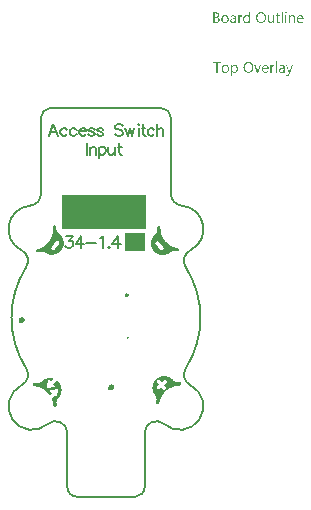
<source format=gto>
G04*
G04 #@! TF.GenerationSoftware,Altium Limited,Altium Designer,21.8.1 (53)*
G04*
G04 Layer_Color=65535*
%FSAX25Y25*%
%MOIN*%
G70*
G04*
G04 #@! TF.SameCoordinates,18D3F597-79DD-4A29-BD4C-A2841DF7949F*
G04*
G04*
G04 #@! TF.FilePolarity,Positive*
G04*
G01*
G75*
%ADD10C,0.01968*%
%ADD11C,0.00984*%
%ADD12C,0.00787*%
%ADD13C,0.00630*%
%ADD14R,0.28180X0.11391*%
%ADD15R,0.06929X0.06311*%
G36*
X0060012Y0137578D02*
X0060037D01*
X0060093Y0137554D01*
X0060124Y0137535D01*
X0060155Y0137510D01*
X0060161Y0137504D01*
X0060167Y0137498D01*
X0060198Y0137461D01*
X0060223Y0137399D01*
X0060229Y0137362D01*
X0060235Y0137325D01*
Y0137319D01*
Y0137306D01*
X0060229Y0137287D01*
X0060223Y0137263D01*
X0060204Y0137201D01*
X0060179Y0137170D01*
X0060155Y0137139D01*
X0060148D01*
X0060142Y0137127D01*
X0060105Y0137102D01*
X0060049Y0137077D01*
X0060012Y0137071D01*
X0059975Y0137065D01*
X0059957D01*
X0059938Y0137071D01*
X0059913D01*
X0059851Y0137096D01*
X0059820Y0137108D01*
X0059789Y0137133D01*
Y0137139D01*
X0059777Y0137145D01*
X0059765Y0137164D01*
X0059752Y0137182D01*
X0059728Y0137244D01*
X0059721Y0137281D01*
X0059715Y0137325D01*
Y0137331D01*
Y0137343D01*
X0059721Y0137362D01*
X0059728Y0137393D01*
X0059746Y0137449D01*
X0059765Y0137479D01*
X0059789Y0137510D01*
X0059796Y0137517D01*
X0059802Y0137523D01*
X0059839Y0137548D01*
X0059901Y0137572D01*
X0059938Y0137585D01*
X0059994D01*
X0060012Y0137578D01*
D02*
G37*
G36*
X0048022Y0133914D02*
X0047620D01*
Y0134335D01*
X0047607D01*
Y0134329D01*
X0047595Y0134316D01*
X0047576Y0134292D01*
X0047558Y0134261D01*
X0047527Y0134223D01*
X0047490Y0134186D01*
X0047447Y0134143D01*
X0047397Y0134100D01*
X0047341Y0134050D01*
X0047273Y0134007D01*
X0047205Y0133970D01*
X0047125Y0133932D01*
X0047044Y0133902D01*
X0046951Y0133877D01*
X0046852Y0133864D01*
X0046747Y0133858D01*
X0046704D01*
X0046667Y0133864D01*
X0046630Y0133871D01*
X0046580Y0133877D01*
X0046475Y0133902D01*
X0046351Y0133939D01*
X0046227Y0134001D01*
X0046159Y0134038D01*
X0046103Y0134081D01*
X0046041Y0134137D01*
X0045986Y0134193D01*
Y0134199D01*
X0045973Y0134211D01*
X0045961Y0134230D01*
X0045942Y0134254D01*
X0045924Y0134285D01*
X0045899Y0134329D01*
X0045874Y0134378D01*
X0045849Y0134434D01*
X0045819Y0134496D01*
X0045794Y0134564D01*
X0045769Y0134638D01*
X0045750Y0134719D01*
X0045732Y0134805D01*
X0045720Y0134904D01*
X0045713Y0135003D01*
X0045707Y0135109D01*
Y0135115D01*
Y0135133D01*
Y0135170D01*
X0045713Y0135214D01*
X0045720Y0135263D01*
X0045726Y0135325D01*
X0045732Y0135393D01*
X0045744Y0135468D01*
X0045781Y0135629D01*
X0045837Y0135796D01*
X0045874Y0135876D01*
X0045918Y0135957D01*
X0045961Y0136031D01*
X0046017Y0136105D01*
X0046023Y0136111D01*
X0046029Y0136124D01*
X0046048Y0136142D01*
X0046072Y0136167D01*
X0046103Y0136192D01*
X0046147Y0136223D01*
X0046190Y0136260D01*
X0046240Y0136297D01*
X0046363Y0136365D01*
X0046506Y0136427D01*
X0046586Y0136446D01*
X0046673Y0136464D01*
X0046759Y0136477D01*
X0046859Y0136483D01*
X0046908D01*
X0046945Y0136477D01*
X0046982Y0136470D01*
X0047032Y0136464D01*
X0047143Y0136433D01*
X0047267Y0136384D01*
X0047329Y0136353D01*
X0047391Y0136310D01*
X0047453Y0136266D01*
X0047508Y0136211D01*
X0047558Y0136149D01*
X0047607Y0136074D01*
X0047620D01*
Y0137634D01*
X0048022D01*
Y0133914D01*
D02*
G37*
G36*
X0062290Y0136477D02*
X0062364Y0136470D01*
X0062457Y0136452D01*
X0062556Y0136421D01*
X0062661Y0136371D01*
X0062767Y0136303D01*
X0062810Y0136266D01*
X0062853Y0136217D01*
X0062866Y0136204D01*
X0062891Y0136167D01*
X0062922Y0136105D01*
X0062965Y0136019D01*
X0063002Y0135913D01*
X0063039Y0135783D01*
X0063064Y0135629D01*
X0063070Y0135449D01*
Y0133914D01*
X0062668D01*
Y0135344D01*
Y0135350D01*
Y0135381D01*
X0062661Y0135418D01*
Y0135468D01*
X0062649Y0135530D01*
X0062637Y0135598D01*
X0062618Y0135672D01*
X0062594Y0135746D01*
X0062563Y0135820D01*
X0062525Y0135889D01*
X0062476Y0135957D01*
X0062420Y0136019D01*
X0062358Y0136068D01*
X0062278Y0136105D01*
X0062191Y0136136D01*
X0062086Y0136142D01*
X0062073D01*
X0062036Y0136136D01*
X0061981Y0136130D01*
X0061913Y0136111D01*
X0061832Y0136087D01*
X0061745Y0136043D01*
X0061665Y0135988D01*
X0061585Y0135913D01*
X0061578Y0135901D01*
X0061554Y0135876D01*
X0061523Y0135827D01*
X0061485Y0135759D01*
X0061448Y0135678D01*
X0061417Y0135579D01*
X0061393Y0135468D01*
X0061386Y0135344D01*
Y0133914D01*
X0060984D01*
Y0136427D01*
X0061386D01*
Y0136006D01*
X0061399D01*
X0061405Y0136012D01*
X0061411Y0136025D01*
X0061430Y0136049D01*
X0061454Y0136081D01*
X0061479Y0136118D01*
X0061516Y0136155D01*
X0061560Y0136198D01*
X0061609Y0136248D01*
X0061665Y0136291D01*
X0061727Y0136334D01*
X0061795Y0136371D01*
X0061869Y0136408D01*
X0061944Y0136440D01*
X0062030Y0136464D01*
X0062123Y0136477D01*
X0062222Y0136483D01*
X0062259D01*
X0062290Y0136477D01*
D02*
G37*
G36*
X0045292Y0136464D02*
X0045367Y0136458D01*
X0045410Y0136446D01*
X0045441Y0136433D01*
Y0136019D01*
X0045435Y0136025D01*
X0045422Y0136031D01*
X0045398Y0136043D01*
X0045367Y0136062D01*
X0045323Y0136074D01*
X0045268Y0136087D01*
X0045206Y0136093D01*
X0045138Y0136099D01*
X0045125D01*
X0045094Y0136093D01*
X0045045Y0136087D01*
X0044989Y0136068D01*
X0044915Y0136037D01*
X0044847Y0135994D01*
X0044772Y0135932D01*
X0044704Y0135851D01*
X0044698Y0135839D01*
X0044680Y0135808D01*
X0044649Y0135752D01*
X0044618Y0135678D01*
X0044587Y0135585D01*
X0044556Y0135468D01*
X0044537Y0135338D01*
X0044531Y0135189D01*
Y0133914D01*
X0044129D01*
Y0136427D01*
X0044531D01*
Y0135907D01*
X0044543D01*
Y0135913D01*
X0044550Y0135919D01*
X0044562Y0135951D01*
X0044581Y0136000D01*
X0044611Y0136062D01*
X0044642Y0136124D01*
X0044692Y0136192D01*
X0044741Y0136260D01*
X0044803Y0136322D01*
X0044810Y0136328D01*
X0044834Y0136347D01*
X0044872Y0136371D01*
X0044921Y0136396D01*
X0044977Y0136421D01*
X0045045Y0136446D01*
X0045119Y0136464D01*
X0045200Y0136470D01*
X0045255D01*
X0045292Y0136464D01*
D02*
G37*
G36*
X0056032Y0133914D02*
X0055630D01*
Y0134310D01*
X0055617D01*
Y0134304D01*
X0055605Y0134292D01*
X0055593Y0134267D01*
X0055568Y0134242D01*
X0055512Y0134168D01*
X0055425Y0134087D01*
X0055376Y0134044D01*
X0055320Y0134001D01*
X0055258Y0133964D01*
X0055184Y0133926D01*
X0055110Y0133902D01*
X0055029Y0133877D01*
X0054936Y0133864D01*
X0054844Y0133858D01*
X0054806D01*
X0054763Y0133864D01*
X0054701Y0133877D01*
X0054633Y0133889D01*
X0054559Y0133914D01*
X0054478Y0133945D01*
X0054398Y0133994D01*
X0054311Y0134050D01*
X0054231Y0134118D01*
X0054157Y0134205D01*
X0054088Y0134310D01*
X0054027Y0134428D01*
X0053983Y0134570D01*
X0053958Y0134737D01*
X0053946Y0134824D01*
Y0134923D01*
Y0136427D01*
X0054342D01*
Y0134985D01*
Y0134979D01*
Y0134954D01*
X0054348Y0134911D01*
X0054355Y0134861D01*
X0054361Y0134799D01*
X0054373Y0134737D01*
X0054392Y0134663D01*
X0054417Y0134589D01*
X0054454Y0134514D01*
X0054491Y0134446D01*
X0054540Y0134378D01*
X0054602Y0134316D01*
X0054670Y0134267D01*
X0054751Y0134230D01*
X0054850Y0134199D01*
X0054955Y0134193D01*
X0054967D01*
X0055005Y0134199D01*
X0055060Y0134205D01*
X0055122Y0134217D01*
X0055203Y0134248D01*
X0055283Y0134285D01*
X0055364Y0134335D01*
X0055438Y0134409D01*
X0055444Y0134422D01*
X0055469Y0134446D01*
X0055500Y0134496D01*
X0055537Y0134564D01*
X0055568Y0134644D01*
X0055599Y0134743D01*
X0055624Y0134855D01*
X0055630Y0134979D01*
Y0136427D01*
X0056032D01*
Y0133914D01*
D02*
G37*
G36*
X0060167D02*
X0059765D01*
Y0136427D01*
X0060167D01*
Y0133914D01*
D02*
G37*
G36*
X0058948D02*
X0058545D01*
Y0137634D01*
X0058948D01*
Y0133914D01*
D02*
G37*
G36*
X0042569Y0136477D02*
X0042625Y0136470D01*
X0042693Y0136452D01*
X0042767Y0136433D01*
X0042847Y0136402D01*
X0042934Y0136365D01*
X0043014Y0136316D01*
X0043095Y0136254D01*
X0043169Y0136179D01*
X0043237Y0136087D01*
X0043293Y0135981D01*
X0043336Y0135858D01*
X0043361Y0135715D01*
X0043374Y0135548D01*
Y0133914D01*
X0042971D01*
Y0134304D01*
X0042959D01*
Y0134298D01*
X0042946Y0134285D01*
X0042934Y0134261D01*
X0042909Y0134236D01*
X0042847Y0134162D01*
X0042767Y0134081D01*
X0042656Y0134001D01*
X0042526Y0133926D01*
X0042445Y0133902D01*
X0042364Y0133877D01*
X0042278Y0133864D01*
X0042185Y0133858D01*
X0042148D01*
X0042123Y0133864D01*
X0042055Y0133871D01*
X0041975Y0133883D01*
X0041875Y0133908D01*
X0041783Y0133939D01*
X0041684Y0133988D01*
X0041597Y0134050D01*
X0041591Y0134063D01*
X0041566Y0134087D01*
X0041529Y0134131D01*
X0041492Y0134193D01*
X0041455Y0134267D01*
X0041418Y0134353D01*
X0041393Y0134459D01*
X0041387Y0134576D01*
Y0134582D01*
Y0134607D01*
X0041393Y0134644D01*
X0041399Y0134688D01*
X0041411Y0134743D01*
X0041430Y0134805D01*
X0041455Y0134873D01*
X0041492Y0134941D01*
X0041535Y0135016D01*
X0041591Y0135090D01*
X0041659Y0135158D01*
X0041739Y0135220D01*
X0041832Y0135282D01*
X0041944Y0135331D01*
X0042067Y0135369D01*
X0042216Y0135400D01*
X0042971Y0135505D01*
Y0135511D01*
Y0135530D01*
X0042965Y0135567D01*
Y0135604D01*
X0042953Y0135653D01*
X0042946Y0135709D01*
X0042909Y0135827D01*
X0042878Y0135882D01*
X0042847Y0135938D01*
X0042804Y0135994D01*
X0042755Y0136043D01*
X0042693Y0136087D01*
X0042625Y0136118D01*
X0042544Y0136136D01*
X0042451Y0136142D01*
X0042408D01*
X0042377Y0136136D01*
X0042334D01*
X0042290Y0136124D01*
X0042179Y0136105D01*
X0042055Y0136068D01*
X0041919Y0136012D01*
X0041845Y0135975D01*
X0041776Y0135938D01*
X0041702Y0135889D01*
X0041634Y0135833D01*
Y0136248D01*
X0041640D01*
X0041653Y0136260D01*
X0041671Y0136272D01*
X0041702Y0136285D01*
X0041733Y0136303D01*
X0041776Y0136322D01*
X0041826Y0136340D01*
X0041882Y0136365D01*
X0042006Y0136408D01*
X0042154Y0136446D01*
X0042315Y0136470D01*
X0042488Y0136483D01*
X0042526D01*
X0042569Y0136477D01*
D02*
G37*
G36*
X0036880Y0137424D02*
X0036924D01*
X0036967Y0137417D01*
X0037066Y0137405D01*
X0037183Y0137374D01*
X0037307Y0137337D01*
X0037425Y0137281D01*
X0037530Y0137207D01*
X0037536D01*
X0037543Y0137195D01*
X0037574Y0137170D01*
X0037617Y0137120D01*
X0037666Y0137052D01*
X0037710Y0136966D01*
X0037753Y0136867D01*
X0037784Y0136755D01*
X0037796Y0136693D01*
Y0136625D01*
Y0136619D01*
Y0136613D01*
Y0136576D01*
X0037790Y0136520D01*
X0037778Y0136452D01*
X0037759Y0136365D01*
X0037728Y0136278D01*
X0037691Y0136192D01*
X0037635Y0136105D01*
X0037629Y0136093D01*
X0037604Y0136068D01*
X0037567Y0136031D01*
X0037518Y0135981D01*
X0037456Y0135932D01*
X0037382Y0135876D01*
X0037289Y0135833D01*
X0037190Y0135790D01*
Y0135783D01*
X0037208D01*
X0037227Y0135777D01*
X0037245Y0135771D01*
X0037314Y0135759D01*
X0037394Y0135734D01*
X0037481Y0135697D01*
X0037574Y0135653D01*
X0037666Y0135591D01*
X0037753Y0135511D01*
X0037765Y0135499D01*
X0037790Y0135468D01*
X0037821Y0135424D01*
X0037864Y0135356D01*
X0037901Y0135270D01*
X0037939Y0135170D01*
X0037964Y0135053D01*
X0037970Y0134923D01*
Y0134917D01*
Y0134904D01*
Y0134880D01*
X0037964Y0134849D01*
X0037957Y0134811D01*
X0037951Y0134768D01*
X0037926Y0134663D01*
X0037889Y0134545D01*
X0037833Y0134422D01*
X0037796Y0134366D01*
X0037753Y0134304D01*
X0037697Y0134248D01*
X0037642Y0134193D01*
X0037635D01*
X0037629Y0134180D01*
X0037611Y0134168D01*
X0037586Y0134149D01*
X0037555Y0134131D01*
X0037512Y0134106D01*
X0037419Y0134056D01*
X0037301Y0134001D01*
X0037165Y0133957D01*
X0037004Y0133926D01*
X0036924Y0133920D01*
X0036831Y0133914D01*
X0035803D01*
Y0137430D01*
X0036849D01*
X0036880Y0137424D01*
D02*
G37*
G36*
X0057375Y0136427D02*
X0058013D01*
Y0136081D01*
X0057375D01*
Y0134663D01*
Y0134651D01*
Y0134620D01*
X0057381Y0134576D01*
X0057388Y0134521D01*
X0057412Y0134403D01*
X0057431Y0134347D01*
X0057462Y0134304D01*
X0057468Y0134298D01*
X0057481Y0134285D01*
X0057499Y0134273D01*
X0057530Y0134254D01*
X0057567Y0134230D01*
X0057617Y0134217D01*
X0057679Y0134205D01*
X0057747Y0134199D01*
X0057771D01*
X0057802Y0134205D01*
X0057840Y0134211D01*
X0057926Y0134236D01*
X0057969Y0134254D01*
X0058013Y0134279D01*
Y0133932D01*
X0058007D01*
X0057988Y0133920D01*
X0057957Y0133914D01*
X0057914Y0133902D01*
X0057858Y0133889D01*
X0057796Y0133877D01*
X0057722Y0133871D01*
X0057635Y0133864D01*
X0057604D01*
X0057573Y0133871D01*
X0057530Y0133877D01*
X0057481Y0133889D01*
X0057425Y0133902D01*
X0057369Y0133926D01*
X0057307Y0133957D01*
X0057245Y0133994D01*
X0057183Y0134044D01*
X0057128Y0134100D01*
X0057078Y0134174D01*
X0057035Y0134254D01*
X0057004Y0134353D01*
X0056979Y0134465D01*
X0056973Y0134595D01*
Y0136081D01*
X0056546D01*
Y0136427D01*
X0056973D01*
Y0137040D01*
X0057375Y0137170D01*
Y0136427D01*
D02*
G37*
G36*
X0064902Y0136477D02*
X0064946Y0136470D01*
X0064989Y0136464D01*
X0065100Y0136446D01*
X0065224Y0136402D01*
X0065348Y0136347D01*
X0065410Y0136310D01*
X0065472Y0136266D01*
X0065527Y0136217D01*
X0065583Y0136161D01*
X0065589Y0136155D01*
X0065596Y0136149D01*
X0065608Y0136130D01*
X0065627Y0136105D01*
X0065645Y0136068D01*
X0065670Y0136031D01*
X0065695Y0135988D01*
X0065719Y0135932D01*
X0065744Y0135870D01*
X0065769Y0135808D01*
X0065794Y0135734D01*
X0065812Y0135653D01*
X0065831Y0135567D01*
X0065843Y0135480D01*
X0065856Y0135381D01*
Y0135276D01*
Y0135065D01*
X0064079D01*
Y0135059D01*
Y0135047D01*
Y0135028D01*
X0064085Y0134997D01*
X0064091Y0134960D01*
Y0134923D01*
X0064110Y0134824D01*
X0064141Y0134725D01*
X0064178Y0134613D01*
X0064234Y0134508D01*
X0064302Y0134415D01*
X0064314Y0134403D01*
X0064339Y0134378D01*
X0064389Y0134347D01*
X0064457Y0134304D01*
X0064543Y0134261D01*
X0064642Y0134230D01*
X0064760Y0134205D01*
X0064896Y0134193D01*
X0064939D01*
X0064970Y0134199D01*
X0065008D01*
X0065051Y0134205D01*
X0065156Y0134230D01*
X0065274Y0134261D01*
X0065404Y0134310D01*
X0065540Y0134378D01*
X0065608Y0134422D01*
X0065676Y0134471D01*
Y0134093D01*
X0065670D01*
X0065664Y0134081D01*
X0065645Y0134075D01*
X0065614Y0134056D01*
X0065583Y0134038D01*
X0065546Y0134019D01*
X0065497Y0134001D01*
X0065447Y0133976D01*
X0065385Y0133951D01*
X0065317Y0133932D01*
X0065168Y0133895D01*
X0064995Y0133871D01*
X0064803Y0133858D01*
X0064754D01*
X0064717Y0133864D01*
X0064673Y0133871D01*
X0064618Y0133877D01*
X0064500Y0133902D01*
X0064364Y0133939D01*
X0064228Y0134001D01*
X0064160Y0134044D01*
X0064091Y0134087D01*
X0064030Y0134137D01*
X0063968Y0134199D01*
X0063961Y0134205D01*
X0063955Y0134217D01*
X0063943Y0134236D01*
X0063918Y0134261D01*
X0063899Y0134298D01*
X0063875Y0134341D01*
X0063844Y0134391D01*
X0063819Y0134446D01*
X0063788Y0134508D01*
X0063763Y0134582D01*
X0063732Y0134663D01*
X0063714Y0134750D01*
X0063695Y0134843D01*
X0063677Y0134941D01*
X0063670Y0135047D01*
X0063664Y0135158D01*
Y0135164D01*
Y0135183D01*
Y0135214D01*
X0063670Y0135257D01*
X0063677Y0135307D01*
X0063683Y0135362D01*
X0063689Y0135431D01*
X0063708Y0135499D01*
X0063745Y0135647D01*
X0063801Y0135808D01*
X0063838Y0135889D01*
X0063887Y0135963D01*
X0063937Y0136043D01*
X0063992Y0136111D01*
X0063999Y0136118D01*
X0064011Y0136130D01*
X0064030Y0136149D01*
X0064054Y0136167D01*
X0064085Y0136198D01*
X0064122Y0136229D01*
X0064172Y0136260D01*
X0064221Y0136297D01*
X0064339Y0136365D01*
X0064481Y0136427D01*
X0064562Y0136446D01*
X0064642Y0136464D01*
X0064729Y0136477D01*
X0064822Y0136483D01*
X0064871D01*
X0064902Y0136477D01*
D02*
G37*
G36*
X0051860Y0137486D02*
X0051922Y0137479D01*
X0051996Y0137467D01*
X0052077Y0137449D01*
X0052163Y0137430D01*
X0052250Y0137405D01*
X0052349Y0137374D01*
X0052442Y0137331D01*
X0052541Y0137281D01*
X0052640Y0137226D01*
X0052733Y0137157D01*
X0052826Y0137083D01*
X0052912Y0136997D01*
X0052918Y0136990D01*
X0052931Y0136972D01*
X0052956Y0136947D01*
X0052980Y0136910D01*
X0053017Y0136860D01*
X0053055Y0136799D01*
X0053092Y0136730D01*
X0053135Y0136656D01*
X0053179Y0136563D01*
X0053216Y0136470D01*
X0053253Y0136365D01*
X0053290Y0136248D01*
X0053315Y0136130D01*
X0053339Y0136000D01*
X0053352Y0135858D01*
X0053358Y0135715D01*
Y0135703D01*
Y0135678D01*
Y0135635D01*
X0053352Y0135573D01*
X0053346Y0135499D01*
X0053333Y0135418D01*
X0053321Y0135325D01*
X0053302Y0135220D01*
X0053277Y0135115D01*
X0053247Y0135003D01*
X0053209Y0134892D01*
X0053166Y0134781D01*
X0053110Y0134663D01*
X0053048Y0134558D01*
X0052980Y0134452D01*
X0052900Y0134353D01*
X0052894Y0134347D01*
X0052881Y0134335D01*
X0052850Y0134310D01*
X0052819Y0134279D01*
X0052770Y0134236D01*
X0052714Y0134199D01*
X0052652Y0134149D01*
X0052578Y0134106D01*
X0052498Y0134063D01*
X0052405Y0134013D01*
X0052306Y0133976D01*
X0052194Y0133939D01*
X0052077Y0133902D01*
X0051953Y0133877D01*
X0051823Y0133864D01*
X0051680Y0133858D01*
X0051649D01*
X0051606Y0133864D01*
X0051557D01*
X0051495Y0133871D01*
X0051420Y0133883D01*
X0051340Y0133902D01*
X0051247Y0133920D01*
X0051154Y0133945D01*
X0051055Y0133976D01*
X0050956Y0134019D01*
X0050857Y0134063D01*
X0050758Y0134118D01*
X0050659Y0134186D01*
X0050566Y0134261D01*
X0050480Y0134347D01*
X0050473Y0134353D01*
X0050461Y0134372D01*
X0050436Y0134397D01*
X0050411Y0134434D01*
X0050374Y0134483D01*
X0050337Y0134545D01*
X0050300Y0134613D01*
X0050257Y0134694D01*
X0050213Y0134781D01*
X0050176Y0134873D01*
X0050139Y0134979D01*
X0050102Y0135096D01*
X0050077Y0135214D01*
X0050052Y0135344D01*
X0050040Y0135486D01*
X0050034Y0135629D01*
Y0135641D01*
Y0135666D01*
X0050040Y0135709D01*
Y0135771D01*
X0050046Y0135839D01*
X0050059Y0135926D01*
X0050071Y0136019D01*
X0050090Y0136118D01*
X0050114Y0136223D01*
X0050145Y0136334D01*
X0050182Y0136446D01*
X0050226Y0136557D01*
X0050282Y0136669D01*
X0050344Y0136780D01*
X0050411Y0136885D01*
X0050492Y0136984D01*
X0050498Y0136990D01*
X0050511Y0137009D01*
X0050542Y0137034D01*
X0050579Y0137065D01*
X0050622Y0137102D01*
X0050678Y0137145D01*
X0050746Y0137188D01*
X0050820Y0137238D01*
X0050907Y0137287D01*
X0051000Y0137331D01*
X0051099Y0137374D01*
X0051210Y0137411D01*
X0051334Y0137442D01*
X0051464Y0137473D01*
X0051600Y0137486D01*
X0051742Y0137492D01*
X0051810D01*
X0051860Y0137486D01*
D02*
G37*
G36*
X0039833Y0136477D02*
X0039876Y0136470D01*
X0039932Y0136464D01*
X0040056Y0136440D01*
X0040198Y0136396D01*
X0040340Y0136334D01*
X0040415Y0136297D01*
X0040483Y0136254D01*
X0040551Y0136198D01*
X0040613Y0136136D01*
X0040619Y0136130D01*
X0040625Y0136118D01*
X0040644Y0136099D01*
X0040662Y0136074D01*
X0040687Y0136037D01*
X0040712Y0135994D01*
X0040743Y0135944D01*
X0040774Y0135889D01*
X0040799Y0135820D01*
X0040829Y0135752D01*
X0040854Y0135672D01*
X0040879Y0135585D01*
X0040898Y0135492D01*
X0040916Y0135393D01*
X0040922Y0135288D01*
X0040929Y0135177D01*
Y0135170D01*
Y0135152D01*
Y0135121D01*
X0040922Y0135078D01*
X0040916Y0135028D01*
X0040910Y0134966D01*
X0040898Y0134904D01*
X0040885Y0134830D01*
X0040848Y0134681D01*
X0040786Y0134521D01*
X0040749Y0134440D01*
X0040699Y0134360D01*
X0040650Y0134285D01*
X0040588Y0134217D01*
X0040582Y0134211D01*
X0040569Y0134205D01*
X0040551Y0134186D01*
X0040526Y0134162D01*
X0040489Y0134137D01*
X0040452Y0134106D01*
X0040402Y0134069D01*
X0040347Y0134038D01*
X0040285Y0134007D01*
X0040217Y0133970D01*
X0040142Y0133939D01*
X0040062Y0133914D01*
X0039975Y0133889D01*
X0039882Y0133877D01*
X0039783Y0133864D01*
X0039678Y0133858D01*
X0039622D01*
X0039585Y0133864D01*
X0039542Y0133871D01*
X0039486Y0133877D01*
X0039424Y0133889D01*
X0039356Y0133902D01*
X0039214Y0133945D01*
X0039065Y0134007D01*
X0038991Y0134044D01*
X0038923Y0134093D01*
X0038855Y0134143D01*
X0038787Y0134205D01*
X0038781Y0134211D01*
X0038774Y0134223D01*
X0038756Y0134242D01*
X0038737Y0134267D01*
X0038712Y0134304D01*
X0038682Y0134347D01*
X0038651Y0134397D01*
X0038626Y0134452D01*
X0038595Y0134521D01*
X0038564Y0134589D01*
X0038533Y0134663D01*
X0038508Y0134750D01*
X0038471Y0134935D01*
X0038465Y0135034D01*
X0038459Y0135140D01*
Y0135146D01*
Y0135170D01*
Y0135202D01*
X0038465Y0135245D01*
X0038471Y0135294D01*
X0038477Y0135356D01*
X0038490Y0135424D01*
X0038502Y0135499D01*
X0038539Y0135660D01*
X0038601Y0135820D01*
X0038644Y0135901D01*
X0038688Y0135981D01*
X0038737Y0136056D01*
X0038799Y0136124D01*
X0038805Y0136130D01*
X0038818Y0136142D01*
X0038836Y0136155D01*
X0038861Y0136179D01*
X0038898Y0136204D01*
X0038941Y0136235D01*
X0038991Y0136272D01*
X0039047Y0136303D01*
X0039109Y0136334D01*
X0039183Y0136371D01*
X0039257Y0136402D01*
X0039344Y0136427D01*
X0039430Y0136452D01*
X0039529Y0136470D01*
X0039635Y0136477D01*
X0039740Y0136483D01*
X0039796D01*
X0039833Y0136477D01*
D02*
G37*
G36*
X0043045Y0119887D02*
X0043089Y0119880D01*
X0043132Y0119874D01*
X0043244Y0119850D01*
X0043367Y0119812D01*
X0043491Y0119750D01*
X0043553Y0119713D01*
X0043615Y0119664D01*
X0043671Y0119614D01*
X0043726Y0119552D01*
X0043733Y0119546D01*
X0043739Y0119540D01*
X0043751Y0119515D01*
X0043770Y0119491D01*
X0043788Y0119460D01*
X0043813Y0119416D01*
X0043838Y0119367D01*
X0043863Y0119317D01*
X0043887Y0119255D01*
X0043912Y0119187D01*
X0043937Y0119113D01*
X0043955Y0119032D01*
X0043986Y0118853D01*
X0043999Y0118754D01*
Y0118649D01*
Y0118642D01*
Y0118624D01*
Y0118587D01*
X0043992Y0118543D01*
Y0118494D01*
X0043980Y0118432D01*
X0043974Y0118364D01*
X0043962Y0118290D01*
X0043924Y0118129D01*
X0043869Y0117962D01*
X0043832Y0117881D01*
X0043794Y0117801D01*
X0043745Y0117720D01*
X0043689Y0117646D01*
X0043683Y0117640D01*
X0043677Y0117627D01*
X0043658Y0117609D01*
X0043633Y0117590D01*
X0043602Y0117559D01*
X0043565Y0117528D01*
X0043522Y0117491D01*
X0043473Y0117460D01*
X0043417Y0117423D01*
X0043355Y0117386D01*
X0043206Y0117330D01*
X0043126Y0117305D01*
X0043045Y0117287D01*
X0042953Y0117274D01*
X0042854Y0117268D01*
X0042804D01*
X0042773Y0117274D01*
X0042730Y0117281D01*
X0042686Y0117293D01*
X0042575Y0117318D01*
X0042457Y0117367D01*
X0042389Y0117404D01*
X0042327Y0117442D01*
X0042265Y0117491D01*
X0042210Y0117547D01*
X0042148Y0117609D01*
X0042098Y0117683D01*
X0042086D01*
Y0116173D01*
X0041684D01*
Y0119837D01*
X0042086D01*
Y0119392D01*
X0042098D01*
X0042105Y0119398D01*
X0042111Y0119416D01*
X0042129Y0119441D01*
X0042154Y0119472D01*
X0042185Y0119509D01*
X0042222Y0119552D01*
X0042265Y0119596D01*
X0042321Y0119645D01*
X0042377Y0119689D01*
X0042439Y0119732D01*
X0042513Y0119775D01*
X0042587Y0119812D01*
X0042674Y0119850D01*
X0042767Y0119874D01*
X0042860Y0119887D01*
X0042965Y0119893D01*
X0043014D01*
X0043045Y0119887D01*
D02*
G37*
G36*
X0056001Y0119874D02*
X0056075Y0119868D01*
X0056119Y0119856D01*
X0056150Y0119843D01*
Y0119429D01*
X0056143Y0119435D01*
X0056131Y0119441D01*
X0056106Y0119453D01*
X0056075Y0119472D01*
X0056032Y0119484D01*
X0055976Y0119497D01*
X0055914Y0119503D01*
X0055846Y0119509D01*
X0055834D01*
X0055803Y0119503D01*
X0055753Y0119497D01*
X0055698Y0119478D01*
X0055624Y0119447D01*
X0055555Y0119404D01*
X0055481Y0119342D01*
X0055413Y0119262D01*
X0055407Y0119249D01*
X0055388Y0119218D01*
X0055357Y0119162D01*
X0055326Y0119088D01*
X0055295Y0118995D01*
X0055265Y0118878D01*
X0055246Y0118748D01*
X0055240Y0118599D01*
Y0117324D01*
X0054837D01*
Y0119837D01*
X0055240D01*
Y0119317D01*
X0055252D01*
Y0119323D01*
X0055258Y0119330D01*
X0055271Y0119360D01*
X0055289Y0119410D01*
X0055320Y0119472D01*
X0055351Y0119534D01*
X0055401Y0119602D01*
X0055450Y0119670D01*
X0055512Y0119732D01*
X0055518Y0119738D01*
X0055543Y0119757D01*
X0055580Y0119781D01*
X0055630Y0119806D01*
X0055685Y0119831D01*
X0055753Y0119856D01*
X0055828Y0119874D01*
X0055908Y0119880D01*
X0055964D01*
X0056001Y0119874D01*
D02*
G37*
G36*
X0061207Y0116922D02*
X0061201Y0116916D01*
X0061194Y0116891D01*
X0061176Y0116847D01*
X0061151Y0116798D01*
X0061120Y0116742D01*
X0061077Y0116674D01*
X0061034Y0116606D01*
X0060984Y0116532D01*
X0060922Y0116457D01*
X0060860Y0116389D01*
X0060786Y0116321D01*
X0060706Y0116265D01*
X0060625Y0116216D01*
X0060532Y0116173D01*
X0060439Y0116148D01*
X0060334Y0116142D01*
X0060278D01*
X0060241Y0116148D01*
X0060161Y0116160D01*
X0060074Y0116179D01*
Y0116538D01*
X0060080D01*
X0060099Y0116532D01*
X0060124Y0116525D01*
X0060155Y0116519D01*
X0060229Y0116501D01*
X0060309Y0116495D01*
X0060322D01*
X0060359Y0116501D01*
X0060415Y0116513D01*
X0060483Y0116538D01*
X0060557Y0116581D01*
X0060594Y0116612D01*
X0060631Y0116649D01*
X0060668Y0116686D01*
X0060706Y0116736D01*
X0060737Y0116792D01*
X0060767Y0116854D01*
X0060972Y0117324D01*
X0059987Y0119837D01*
X0060433D01*
X0061114Y0117900D01*
Y0117894D01*
X0061120Y0117881D01*
X0061126Y0117862D01*
X0061133Y0117838D01*
X0061139Y0117801D01*
X0061151Y0117763D01*
X0061164Y0117708D01*
X0061182D01*
Y0117720D01*
X0061194Y0117757D01*
X0061207Y0117813D01*
X0061232Y0117894D01*
X0061944Y0119837D01*
X0062358D01*
X0061207Y0116922D01*
D02*
G37*
G36*
X0050777Y0117324D02*
X0050381D01*
X0049427Y0119837D01*
X0049867D01*
X0050511Y0118011D01*
X0050517Y0118005D01*
X0050523Y0117980D01*
X0050535Y0117937D01*
X0050548Y0117894D01*
X0050560Y0117838D01*
X0050579Y0117776D01*
X0050597Y0117658D01*
X0050603D01*
Y0117665D01*
X0050610Y0117689D01*
X0050616Y0117726D01*
X0050622Y0117770D01*
X0050634Y0117825D01*
X0050647Y0117881D01*
X0050684Y0117999D01*
X0051352Y0119837D01*
X0051773D01*
X0050777Y0117324D01*
D02*
G37*
G36*
X0058799Y0119887D02*
X0058855Y0119880D01*
X0058923Y0119862D01*
X0058997Y0119843D01*
X0059078Y0119812D01*
X0059164Y0119775D01*
X0059245Y0119726D01*
X0059325Y0119664D01*
X0059399Y0119590D01*
X0059468Y0119497D01*
X0059523Y0119392D01*
X0059566Y0119268D01*
X0059591Y0119125D01*
X0059604Y0118958D01*
Y0117324D01*
X0059201D01*
Y0117714D01*
X0059189D01*
Y0117708D01*
X0059177Y0117695D01*
X0059164Y0117671D01*
X0059139Y0117646D01*
X0059078Y0117572D01*
X0058997Y0117491D01*
X0058886Y0117411D01*
X0058756Y0117336D01*
X0058675Y0117312D01*
X0058595Y0117287D01*
X0058508Y0117274D01*
X0058415Y0117268D01*
X0058378D01*
X0058353Y0117274D01*
X0058285Y0117281D01*
X0058205Y0117293D01*
X0058106Y0117318D01*
X0058013Y0117349D01*
X0057914Y0117398D01*
X0057827Y0117460D01*
X0057821Y0117473D01*
X0057796Y0117497D01*
X0057759Y0117541D01*
X0057722Y0117603D01*
X0057685Y0117677D01*
X0057648Y0117763D01*
X0057623Y0117869D01*
X0057617Y0117986D01*
Y0117992D01*
Y0118017D01*
X0057623Y0118054D01*
X0057629Y0118098D01*
X0057642Y0118154D01*
X0057660Y0118215D01*
X0057685Y0118283D01*
X0057722Y0118351D01*
X0057765Y0118426D01*
X0057821Y0118500D01*
X0057889Y0118568D01*
X0057969Y0118630D01*
X0058062Y0118692D01*
X0058174Y0118742D01*
X0058298Y0118779D01*
X0058446Y0118810D01*
X0059201Y0118915D01*
Y0118921D01*
Y0118940D01*
X0059195Y0118977D01*
Y0119014D01*
X0059183Y0119063D01*
X0059177Y0119119D01*
X0059139Y0119237D01*
X0059109Y0119292D01*
X0059078Y0119348D01*
X0059034Y0119404D01*
X0058985Y0119453D01*
X0058923Y0119497D01*
X0058855Y0119528D01*
X0058774Y0119546D01*
X0058681Y0119552D01*
X0058638D01*
X0058607Y0119546D01*
X0058564D01*
X0058520Y0119534D01*
X0058409Y0119515D01*
X0058285Y0119478D01*
X0058149Y0119422D01*
X0058075Y0119385D01*
X0058007Y0119348D01*
X0057932Y0119299D01*
X0057864Y0119243D01*
Y0119658D01*
X0057871D01*
X0057883Y0119670D01*
X0057901Y0119682D01*
X0057932Y0119695D01*
X0057963Y0119713D01*
X0058007Y0119732D01*
X0058056Y0119750D01*
X0058112Y0119775D01*
X0058236Y0119819D01*
X0058384Y0119856D01*
X0058545Y0119880D01*
X0058719Y0119893D01*
X0058756D01*
X0058799Y0119887D01*
D02*
G37*
G36*
X0056985Y0117324D02*
X0056583D01*
Y0121044D01*
X0056985D01*
Y0117324D01*
D02*
G37*
G36*
X0038242Y0120468D02*
X0037227D01*
Y0117324D01*
X0036818D01*
Y0120468D01*
X0035803D01*
Y0120840D01*
X0038242D01*
Y0120468D01*
D02*
G37*
G36*
X0053277Y0119887D02*
X0053321Y0119880D01*
X0053364Y0119874D01*
X0053476Y0119856D01*
X0053599Y0119812D01*
X0053723Y0119757D01*
X0053785Y0119720D01*
X0053847Y0119676D01*
X0053903Y0119627D01*
X0053958Y0119571D01*
X0053965Y0119565D01*
X0053971Y0119559D01*
X0053983Y0119540D01*
X0054002Y0119515D01*
X0054020Y0119478D01*
X0054045Y0119441D01*
X0054070Y0119398D01*
X0054095Y0119342D01*
X0054119Y0119280D01*
X0054144Y0119218D01*
X0054169Y0119144D01*
X0054187Y0119063D01*
X0054206Y0118977D01*
X0054218Y0118890D01*
X0054231Y0118791D01*
Y0118686D01*
Y0118475D01*
X0052454D01*
Y0118469D01*
Y0118457D01*
Y0118438D01*
X0052460Y0118407D01*
X0052467Y0118370D01*
Y0118333D01*
X0052485Y0118234D01*
X0052516Y0118135D01*
X0052553Y0118024D01*
X0052609Y0117918D01*
X0052677Y0117825D01*
X0052689Y0117813D01*
X0052714Y0117788D01*
X0052764Y0117757D01*
X0052832Y0117714D01*
X0052918Y0117671D01*
X0053017Y0117640D01*
X0053135Y0117615D01*
X0053271Y0117603D01*
X0053315D01*
X0053346Y0117609D01*
X0053383D01*
X0053426Y0117615D01*
X0053531Y0117640D01*
X0053649Y0117671D01*
X0053779Y0117720D01*
X0053915Y0117788D01*
X0053983Y0117832D01*
X0054051Y0117881D01*
Y0117503D01*
X0054045D01*
X0054039Y0117491D01*
X0054020Y0117485D01*
X0053989Y0117466D01*
X0053958Y0117448D01*
X0053921Y0117429D01*
X0053872Y0117411D01*
X0053822Y0117386D01*
X0053760Y0117361D01*
X0053692Y0117343D01*
X0053544Y0117305D01*
X0053370Y0117281D01*
X0053179Y0117268D01*
X0053129D01*
X0053092Y0117274D01*
X0053048Y0117281D01*
X0052993Y0117287D01*
X0052875Y0117312D01*
X0052739Y0117349D01*
X0052603Y0117411D01*
X0052535Y0117454D01*
X0052467Y0117497D01*
X0052405Y0117547D01*
X0052343Y0117609D01*
X0052337Y0117615D01*
X0052330Y0117627D01*
X0052318Y0117646D01*
X0052293Y0117671D01*
X0052275Y0117708D01*
X0052250Y0117751D01*
X0052219Y0117801D01*
X0052194Y0117856D01*
X0052163Y0117918D01*
X0052139Y0117992D01*
X0052108Y0118073D01*
X0052089Y0118160D01*
X0052070Y0118253D01*
X0052052Y0118351D01*
X0052046Y0118457D01*
X0052039Y0118568D01*
Y0118574D01*
Y0118593D01*
Y0118624D01*
X0052046Y0118667D01*
X0052052Y0118717D01*
X0052058Y0118772D01*
X0052064Y0118841D01*
X0052083Y0118909D01*
X0052120Y0119057D01*
X0052176Y0119218D01*
X0052213Y0119299D01*
X0052262Y0119373D01*
X0052312Y0119453D01*
X0052368Y0119521D01*
X0052374Y0119528D01*
X0052386Y0119540D01*
X0052405Y0119559D01*
X0052429Y0119577D01*
X0052460Y0119608D01*
X0052498Y0119639D01*
X0052547Y0119670D01*
X0052597Y0119707D01*
X0052714Y0119775D01*
X0052857Y0119837D01*
X0052937Y0119856D01*
X0053017Y0119874D01*
X0053104Y0119887D01*
X0053197Y0119893D01*
X0053247D01*
X0053277Y0119887D01*
D02*
G37*
G36*
X0047663Y0120896D02*
X0047725Y0120889D01*
X0047799Y0120877D01*
X0047880Y0120859D01*
X0047967Y0120840D01*
X0048053Y0120815D01*
X0048152Y0120784D01*
X0048245Y0120741D01*
X0048344Y0120691D01*
X0048443Y0120636D01*
X0048536Y0120568D01*
X0048629Y0120493D01*
X0048715Y0120407D01*
X0048722Y0120400D01*
X0048734Y0120382D01*
X0048759Y0120357D01*
X0048784Y0120320D01*
X0048821Y0120271D01*
X0048858Y0120209D01*
X0048895Y0120141D01*
X0048938Y0120066D01*
X0048982Y0119973D01*
X0049019Y0119880D01*
X0049056Y0119775D01*
X0049093Y0119658D01*
X0049118Y0119540D01*
X0049143Y0119410D01*
X0049155Y0119268D01*
X0049161Y0119125D01*
Y0119113D01*
Y0119088D01*
Y0119045D01*
X0049155Y0118983D01*
X0049149Y0118909D01*
X0049136Y0118828D01*
X0049124Y0118735D01*
X0049106Y0118630D01*
X0049081Y0118525D01*
X0049050Y0118413D01*
X0049013Y0118302D01*
X0048969Y0118191D01*
X0048914Y0118073D01*
X0048852Y0117968D01*
X0048784Y0117862D01*
X0048703Y0117763D01*
X0048697Y0117757D01*
X0048684Y0117745D01*
X0048654Y0117720D01*
X0048623Y0117689D01*
X0048573Y0117646D01*
X0048517Y0117609D01*
X0048456Y0117559D01*
X0048381Y0117516D01*
X0048301Y0117473D01*
X0048208Y0117423D01*
X0048109Y0117386D01*
X0047997Y0117349D01*
X0047880Y0117312D01*
X0047756Y0117287D01*
X0047626Y0117274D01*
X0047484Y0117268D01*
X0047453D01*
X0047409Y0117274D01*
X0047360D01*
X0047298Y0117281D01*
X0047224Y0117293D01*
X0047143Y0117312D01*
X0047050Y0117330D01*
X0046957Y0117355D01*
X0046859Y0117386D01*
X0046759Y0117429D01*
X0046660Y0117473D01*
X0046561Y0117528D01*
X0046462Y0117596D01*
X0046369Y0117671D01*
X0046283Y0117757D01*
X0046277Y0117763D01*
X0046264Y0117782D01*
X0046240Y0117807D01*
X0046215Y0117844D01*
X0046178Y0117894D01*
X0046140Y0117955D01*
X0046103Y0118024D01*
X0046060Y0118104D01*
X0046017Y0118191D01*
X0045979Y0118283D01*
X0045942Y0118389D01*
X0045905Y0118506D01*
X0045880Y0118624D01*
X0045856Y0118754D01*
X0045843Y0118896D01*
X0045837Y0119039D01*
Y0119051D01*
Y0119076D01*
X0045843Y0119119D01*
Y0119181D01*
X0045849Y0119249D01*
X0045862Y0119336D01*
X0045874Y0119429D01*
X0045893Y0119528D01*
X0045918Y0119633D01*
X0045949Y0119744D01*
X0045986Y0119856D01*
X0046029Y0119967D01*
X0046085Y0120079D01*
X0046147Y0120190D01*
X0046215Y0120295D01*
X0046295Y0120394D01*
X0046301Y0120400D01*
X0046314Y0120419D01*
X0046345Y0120444D01*
X0046382Y0120475D01*
X0046425Y0120512D01*
X0046481Y0120555D01*
X0046549Y0120598D01*
X0046623Y0120648D01*
X0046710Y0120698D01*
X0046803Y0120741D01*
X0046902Y0120784D01*
X0047013Y0120821D01*
X0047137Y0120852D01*
X0047267Y0120883D01*
X0047403Y0120896D01*
X0047546Y0120902D01*
X0047614D01*
X0047663Y0120896D01*
D02*
G37*
G36*
X0039944Y0119887D02*
X0039988Y0119880D01*
X0040043Y0119874D01*
X0040167Y0119850D01*
X0040310Y0119806D01*
X0040452Y0119744D01*
X0040526Y0119707D01*
X0040594Y0119664D01*
X0040662Y0119608D01*
X0040724Y0119546D01*
X0040730Y0119540D01*
X0040737Y0119528D01*
X0040755Y0119509D01*
X0040774Y0119484D01*
X0040799Y0119447D01*
X0040823Y0119404D01*
X0040854Y0119354D01*
X0040885Y0119299D01*
X0040910Y0119230D01*
X0040941Y0119162D01*
X0040966Y0119082D01*
X0040990Y0118995D01*
X0041009Y0118903D01*
X0041028Y0118803D01*
X0041034Y0118698D01*
X0041040Y0118587D01*
Y0118581D01*
Y0118562D01*
Y0118531D01*
X0041034Y0118488D01*
X0041028Y0118438D01*
X0041021Y0118376D01*
X0041009Y0118314D01*
X0040997Y0118240D01*
X0040959Y0118092D01*
X0040898Y0117931D01*
X0040860Y0117850D01*
X0040811Y0117770D01*
X0040761Y0117695D01*
X0040699Y0117627D01*
X0040693Y0117621D01*
X0040681Y0117615D01*
X0040662Y0117596D01*
X0040637Y0117572D01*
X0040600Y0117547D01*
X0040563Y0117516D01*
X0040514Y0117479D01*
X0040458Y0117448D01*
X0040396Y0117417D01*
X0040328Y0117380D01*
X0040254Y0117349D01*
X0040173Y0117324D01*
X0040087Y0117299D01*
X0039994Y0117287D01*
X0039895Y0117274D01*
X0039790Y0117268D01*
X0039734D01*
X0039697Y0117274D01*
X0039653Y0117281D01*
X0039598Y0117287D01*
X0039536Y0117299D01*
X0039468Y0117312D01*
X0039325Y0117355D01*
X0039177Y0117417D01*
X0039102Y0117454D01*
X0039034Y0117503D01*
X0038966Y0117553D01*
X0038898Y0117615D01*
X0038892Y0117621D01*
X0038886Y0117633D01*
X0038867Y0117652D01*
X0038849Y0117677D01*
X0038824Y0117714D01*
X0038793Y0117757D01*
X0038762Y0117807D01*
X0038737Y0117862D01*
X0038706Y0117931D01*
X0038675Y0117999D01*
X0038644Y0118073D01*
X0038620Y0118160D01*
X0038583Y0118345D01*
X0038576Y0118444D01*
X0038570Y0118550D01*
Y0118556D01*
Y0118581D01*
Y0118612D01*
X0038576Y0118655D01*
X0038583Y0118704D01*
X0038589Y0118766D01*
X0038601Y0118834D01*
X0038613Y0118909D01*
X0038651Y0119070D01*
X0038712Y0119230D01*
X0038756Y0119311D01*
X0038799Y0119392D01*
X0038849Y0119466D01*
X0038910Y0119534D01*
X0038917Y0119540D01*
X0038929Y0119552D01*
X0038948Y0119565D01*
X0038972Y0119590D01*
X0039010Y0119614D01*
X0039053Y0119645D01*
X0039102Y0119682D01*
X0039158Y0119713D01*
X0039220Y0119744D01*
X0039294Y0119781D01*
X0039369Y0119812D01*
X0039455Y0119837D01*
X0039542Y0119862D01*
X0039641Y0119880D01*
X0039746Y0119887D01*
X0039851Y0119893D01*
X0039907D01*
X0039944Y0119887D01*
D02*
G37*
G36*
X0017670Y0066210D02*
X0017732Y0066201D01*
X0017793Y0066185D01*
X0017852Y0066163D01*
X0017908Y0066133D01*
X0017961Y0066098D01*
X0018009Y0066057D01*
X0018052Y0066011D01*
X0018090Y0065961D01*
X0018121Y0065906D01*
X0018147Y0065849D01*
X0018166Y0065789D01*
X0018178Y0065727D01*
X0018183Y0065664D01*
X0018183Y0065650D01*
X0018183Y0065650D01*
X0018183Y0065649D01*
X0018183Y0065574D01*
X0018189Y0065348D01*
X0018203Y0065122D01*
X0018224Y0064897D01*
X0018252Y0064672D01*
X0018288Y0064449D01*
X0018331Y0064227D01*
X0018381Y0064006D01*
X0018438Y0063787D01*
X0018503Y0063570D01*
X0018574Y0063355D01*
X0018653Y0063143D01*
X0018738Y0062934D01*
X0018831Y0062727D01*
X0018929Y0062524D01*
X0019035Y0062323D01*
X0019147Y0062127D01*
X0019266Y0061934D01*
X0019390Y0061745D01*
X0019521Y0061560D01*
X0019658Y0061380D01*
X0019801Y0061204D01*
X0019949Y0061033D01*
X0020103Y0060867D01*
X0020262Y0060707D01*
X0020426Y0060551D01*
X0020595Y0060401D01*
X0020770Y0060256D01*
X0020948Y0060118D01*
X0021132Y0059985D01*
X0021319Y0059858D01*
X0021511Y0059737D01*
X0021706Y0059623D01*
X0021905Y0059515D01*
X0022107Y0059414D01*
X0022313Y0059320D01*
X0022522Y0059232D01*
X0022733Y0059151D01*
X0022947Y0059077D01*
X0023163Y0059010D01*
X0023381Y0058951D01*
X0023602Y0058898D01*
X0023823Y0058853D01*
X0023902Y0058839D01*
X0023902Y0058839D01*
X0023902Y0058838D01*
X0023917Y0058836D01*
X0023978Y0058820D01*
X0024037Y0058798D01*
X0024094Y0058768D01*
X0024146Y0058733D01*
X0024194Y0058692D01*
X0024238Y0058646D01*
X0024276Y0058595D01*
X0024308Y0058540D01*
X0024333Y0058482D01*
X0024352Y0058422D01*
X0024365Y0058360D01*
X0024370Y0058297D01*
X0024368Y0058233D01*
X0024359Y0058171D01*
X0024343Y0058109D01*
X0024320Y0058050D01*
X0024291Y0057994D01*
X0024255Y0057941D01*
X0024214Y0057893D01*
X0024168Y0057850D01*
X0024117Y0057812D01*
X0024063Y0057780D01*
X0024005Y0057754D01*
X0023944Y0057735D01*
X0023882Y0057723D01*
X0023819Y0057718D01*
X0023756Y0057720D01*
X0023707Y0057727D01*
X0023707Y0057727D01*
X0023707Y0057727D01*
X0023652Y0057736D01*
X0023404Y0057785D01*
X0023158Y0057843D01*
X0023158Y0057843D01*
X0023158Y0057843D01*
X0023154Y0057844D01*
X0023154Y0057844D01*
X0023088Y0057860D01*
X0022969Y0057881D01*
X0022850Y0057895D01*
X0022729Y0057902D01*
X0022609Y0057902D01*
X0022489Y0057894D01*
X0022369Y0057879D01*
X0022251Y0057857D01*
X0022134Y0057828D01*
X0022019Y0057792D01*
X0021907Y0057748D01*
X0021797Y0057699D01*
X0021690Y0057642D01*
X0021587Y0057579D01*
X0021489Y0057511D01*
X0021407Y0057447D01*
X0021407Y0057447D01*
X0021300Y0057361D01*
X0021163Y0057260D01*
X0021021Y0057165D01*
X0020875Y0057077D01*
X0020725Y0056995D01*
X0020572Y0056919D01*
X0020416Y0056850D01*
X0020257Y0056789D01*
X0020095Y0056734D01*
X0019931Y0056686D01*
X0019766Y0056646D01*
X0019598Y0056612D01*
X0019430Y0056586D01*
X0019260Y0056568D01*
X0019090Y0056556D01*
X0018919Y0056553D01*
X0018748Y0056556D01*
X0018578Y0056568D01*
X0018408Y0056586D01*
X0018240Y0056612D01*
X0018072Y0056646D01*
X0017907Y0056686D01*
X0017743Y0056734D01*
X0017581Y0056789D01*
X0017422Y0056850D01*
X0017266Y0056919D01*
X0017113Y0056995D01*
X0016963Y0057077D01*
X0016817Y0057165D01*
X0016675Y0057260D01*
X0016537Y0057361D01*
X0016404Y0057468D01*
X0016276Y0057581D01*
X0016153Y0057699D01*
X0016035Y0057822D01*
X0015922Y0057950D01*
X0015815Y0058083D01*
X0015714Y0058221D01*
X0015620Y0058363D01*
X0015531Y0058509D01*
X0015449Y0058658D01*
X0015374Y0058811D01*
X0015305Y0058968D01*
X0015243Y0059127D01*
X0015188Y0059288D01*
X0015140Y0059452D01*
X0015100Y0059618D01*
X0015067Y0059785D01*
X0015041Y0059954D01*
X0015022Y0060124D01*
X0015011Y0060294D01*
X0015007Y0060465D01*
X0015011Y0060635D01*
X0015022Y0060806D01*
X0015041Y0060975D01*
X0015067Y0061144D01*
X0015100Y0061311D01*
X0015140Y0061477D01*
X0015188Y0061641D01*
X0015243Y0061803D01*
X0015305Y0061962D01*
X0015373Y0062118D01*
X0015449Y0062271D01*
X0015531Y0062421D01*
X0015620Y0062567D01*
X0015714Y0062708D01*
X0015815Y0062846D01*
X0015922Y0062979D01*
X0016035Y0063108D01*
X0016153Y0063231D01*
X0016276Y0063349D01*
X0016382Y0063442D01*
X0016382Y0063442D01*
X0016460Y0063512D01*
X0016545Y0063597D01*
X0016625Y0063688D01*
X0016699Y0063783D01*
X0016767Y0063882D01*
X0016829Y0063985D01*
X0016884Y0064092D01*
X0016933Y0064202D01*
X0016976Y0064315D01*
X0017011Y0064430D01*
X0017040Y0064547D01*
X0017061Y0064666D01*
X0017075Y0064785D01*
X0017082Y0064906D01*
X0017082Y0065026D01*
X0017077Y0065092D01*
X0017078Y0065092D01*
X0017077Y0065096D01*
X0017077Y0065096D01*
X0017064Y0065341D01*
X0017058Y0065593D01*
X0017059Y0065650D01*
X0017058D01*
X0017058Y0065650D01*
X0017059D01*
X0017060Y0065699D01*
X0017069Y0065761D01*
X0017085Y0065822D01*
X0017108Y0065881D01*
X0017137Y0065937D01*
X0017172Y0065989D01*
X0017213Y0066037D01*
X0017259Y0066081D01*
X0017310Y0066118D01*
X0017364Y0066150D01*
X0017422Y0066176D01*
X0017482Y0066195D01*
X0017544Y0066207D01*
X0017607Y0066212D01*
X0017670Y0066210D01*
D02*
G37*
G36*
X-0022525Y0057391D02*
X-0022525Y0057391D01*
X-0022525Y0057392D01*
X-0022525Y0057391D01*
D02*
G37*
G36*
X-0017064Y0066372D02*
X-0017003Y0066359D01*
X-0016942Y0066338D01*
X-0016885Y0066311D01*
X-0016831Y0066278D01*
X-0016782Y0066238D01*
X-0016737Y0066194D01*
X-0016697Y0066145D01*
X-0016663Y0066091D01*
X-0016635Y0066034D01*
X-0016614Y0065975D01*
X-0016599Y0065913D01*
X-0016593Y0065864D01*
X-0016593Y0065864D01*
X-0016593Y0065864D01*
X-0016588Y0065808D01*
X-0016571Y0065556D01*
X-0016563Y0065304D01*
Y0065304D01*
X-0016563Y0065303D01*
X-0016563Y0065300D01*
X-0016563Y0065299D01*
X-0016562Y0065232D01*
X-0016551Y0065112D01*
X-0016534Y0064992D01*
X-0016510Y0064875D01*
X-0016478Y0064758D01*
X-0016440Y0064644D01*
X-0016394Y0064533D01*
X-0016342Y0064424D01*
X-0016284Y0064319D01*
X-0016219Y0064217D01*
X-0016148Y0064119D01*
X-0016072Y0064026D01*
X-0015990Y0063938D01*
X-0015902Y0063855D01*
X-0015811Y0063777D01*
X-0015728Y0063715D01*
X-0015728Y0063715D01*
X-0015617Y0063634D01*
X-0015484Y0063527D01*
X-0015356Y0063415D01*
X-0015233Y0063297D01*
X-0015114Y0063173D01*
X-0015002Y0063045D01*
X-0014895Y0062912D01*
X-0014794Y0062774D01*
X-0014699Y0062632D01*
X-0014611Y0062486D01*
X-0014529Y0062337D01*
X-0014453Y0062184D01*
X-0014385Y0062028D01*
X-0014323Y0061869D01*
X-0014268Y0061707D01*
X-0014220Y0061543D01*
X-0014179Y0061377D01*
X-0014146Y0061210D01*
X-0014120Y0061041D01*
X-0014102Y0060871D01*
X-0014090Y0060701D01*
X-0014087Y0060531D01*
X-0014090Y0060360D01*
X-0014102Y0060190D01*
X-0014120Y0060020D01*
X-0014146Y0059851D01*
X-0014179Y0059684D01*
X-0014220Y0059518D01*
X-0014268Y0059354D01*
X-0014323Y0059193D01*
X-0014385Y0059034D01*
X-0014453Y0058877D01*
X-0014529Y0058724D01*
X-0014611Y0058575D01*
X-0014699Y0058429D01*
X-0014794Y0058287D01*
X-0014895Y0058149D01*
X-0015002Y0058016D01*
X-0015114Y0057888D01*
X-0015233Y0057764D01*
X-0015356Y0057646D01*
X-0015484Y0057534D01*
X-0015617Y0057427D01*
X-0015755Y0057326D01*
X-0015897Y0057231D01*
X-0016043Y0057143D01*
X-0016192Y0057061D01*
X-0016345Y0056985D01*
X-0016502Y0056916D01*
X-0016661Y0056854D01*
X-0016822Y0056800D01*
X-0016986Y0056752D01*
X-0017152Y0056711D01*
X-0017319Y0056678D01*
X-0017488Y0056652D01*
X-0017658Y0056634D01*
X-0017828Y0056622D01*
X-0017999Y0056619D01*
X-0018169Y0056622D01*
X-0018340Y0056634D01*
X-0018509Y0056652D01*
X-0018678Y0056678D01*
X-0018845Y0056711D01*
X-0019011Y0056752D01*
X-0019175Y0056800D01*
X-0019337Y0056854D01*
X-0019496Y0056916D01*
X-0019652Y0056985D01*
X-0019805Y0057061D01*
X-0019955Y0057143D01*
X-0020101Y0057231D01*
X-0020218Y0057309D01*
X-0020218Y0057309D01*
X-0020305Y0057367D01*
X-0020410Y0057427D01*
X-0020518Y0057480D01*
X-0020629Y0057527D01*
X-0020743Y0057567D01*
X-0020858Y0057600D01*
X-0020976Y0057626D01*
X-0021095Y0057645D01*
X-0021215Y0057657D01*
X-0021335Y0057661D01*
X-0021456Y0057659D01*
X-0021576Y0057649D01*
X-0021695Y0057631D01*
X-0021813Y0057607D01*
X-0021929Y0057575D01*
X-0021992Y0057554D01*
X-0021992Y0057554D01*
X-0021996Y0057553D01*
X-0021996Y0057553D01*
X-0022229Y0057477D01*
X-0022471Y0057406D01*
X-0022525Y0057392D01*
X-0022525Y0057392D01*
X-0022526Y0057392D01*
X-0022573Y0057381D01*
X-0022636Y0057373D01*
X-0022699Y0057373D01*
X-0022762Y0057379D01*
X-0022823Y0057393D01*
X-0022883Y0057414D01*
X-0022940Y0057441D01*
X-0022994Y0057474D01*
X-0023043Y0057513D01*
X-0023088Y0057557D01*
X-0023128Y0057606D01*
X-0023162Y0057660D01*
X-0023189Y0057716D01*
X-0023211Y0057775D01*
X-0023225Y0057837D01*
X-0023233Y0057900D01*
X-0023233Y0057963D01*
X-0023226Y0058025D01*
X-0023213Y0058087D01*
X-0023192Y0058147D01*
X-0023165Y0058204D01*
X-0023132Y0058257D01*
X-0023093Y0058307D01*
X-0023049Y0058352D01*
X-0022999Y0058391D01*
X-0022946Y0058425D01*
X-0022889Y0058453D01*
X-0022830Y0058474D01*
X-0022817Y0058477D01*
X-0022817Y0058478D01*
X-0022816Y0058478D01*
X-0022744Y0058497D01*
X-0022527Y0058562D01*
X-0022312Y0058633D01*
X-0022100Y0058712D01*
X-0021890Y0058797D01*
X-0021684Y0058890D01*
X-0021480Y0058988D01*
X-0021280Y0059094D01*
X-0021083Y0059206D01*
X-0020891Y0059325D01*
X-0020702Y0059449D01*
X-0020517Y0059580D01*
X-0020337Y0059717D01*
X-0020161Y0059860D01*
X-0019990Y0060008D01*
X-0019824Y0060162D01*
X-0019663Y0060321D01*
X-0019508Y0060485D01*
X-0019357Y0060654D01*
X-0019213Y0060829D01*
X-0019074Y0061007D01*
X-0018941Y0061191D01*
X-0018815Y0061378D01*
X-0018694Y0061570D01*
X-0018580Y0061765D01*
X-0018472Y0061964D01*
X-0018371Y0062166D01*
X-0018276Y0062372D01*
X-0018189Y0062581D01*
X-0018108Y0062792D01*
X-0018034Y0063006D01*
X-0017967Y0063222D01*
X-0017907Y0063440D01*
X-0017855Y0063661D01*
X-0017809Y0063882D01*
X-0017771Y0064105D01*
X-0017740Y0064329D01*
X-0017717Y0064555D01*
X-0017701Y0064780D01*
X-0017692Y0065006D01*
X-0017691Y0065233D01*
X-0017697Y0065459D01*
X-0017711Y0065685D01*
X-0017718Y0065764D01*
X-0017718Y0065765D01*
X-0017718Y0065765D01*
X-0017719Y0065780D01*
X-0017720Y0065843D01*
X-0017713Y0065906D01*
X-0017699Y0065968D01*
X-0017679Y0066028D01*
X-0017652Y0066085D01*
X-0017618Y0066139D01*
X-0017579Y0066189D01*
X-0017535Y0066234D01*
X-0017485Y0066274D01*
X-0017432Y0066308D01*
X-0017375Y0066335D01*
X-0017315Y0066357D01*
X-0017254Y0066371D01*
X-0017191Y0066379D01*
X-0017127Y0066379D01*
X-0017064Y0066372D01*
D02*
G37*
G36*
X-0018533Y0015516D02*
X-0018363Y0015505D01*
X-0018193Y0015486D01*
X-0018024Y0015460D01*
X-0017857Y0015427D01*
X-0017691Y0015386D01*
X-0017527Y0015339D01*
X-0017517Y0015335D01*
X-0018441Y0014411D01*
X-0018980Y0014950D01*
X-0018980Y0014950D01*
X-0019006Y0014973D01*
X-0019036Y0014991D01*
X-0019068Y0015005D01*
X-0019102Y0015013D01*
X-0019137Y0015015D01*
X-0019172Y0015013D01*
X-0019206Y0015005D01*
X-0019238Y0014991D01*
X-0019268Y0014973D01*
X-0019294Y0014950D01*
X-0019317Y0014924D01*
X-0019335Y0014894D01*
X-0019349Y0014862D01*
X-0019357Y0014828D01*
X-0019357Y0014825D01*
X-0019357Y0014825D01*
X-0019683Y0012552D01*
X-0019683Y0012552D01*
X-0019685Y0012520D01*
X-0019682Y0012486D01*
X-0019674Y0012452D01*
X-0019661Y0012419D01*
X-0019643Y0012390D01*
X-0019620Y0012363D01*
X-0019593Y0012340D01*
X-0019564Y0012322D01*
X-0019532Y0012309D01*
X-0019498Y0012301D01*
X-0019463Y0012298D01*
X-0019432Y0012300D01*
X-0019431Y0012300D01*
X-0017157Y0012624D01*
X-0017157Y0012624D01*
X-0017154Y0012624D01*
X-0017120Y0012633D01*
X-0017087Y0012646D01*
X-0017057Y0012664D01*
X-0017031Y0012687D01*
X-0017008Y0012713D01*
X-0016990Y0012743D01*
X-0016977Y0012776D01*
X-0016969Y0012809D01*
X-0016966Y0012844D01*
X-0016969Y0012879D01*
X-0016977Y0012913D01*
X-0016990Y0012945D01*
X-0017008Y0012975D01*
X-0017031Y0013002D01*
X-0017031Y0013001D01*
X-0017570Y0013540D01*
X-0016366Y0014743D01*
X-0016322Y0014711D01*
X-0016189Y0014604D01*
X-0016061Y0014492D01*
X-0015938Y0014374D01*
X-0015820Y0014251D01*
X-0015707Y0014122D01*
X-0015600Y0013989D01*
X-0015499Y0013851D01*
X-0015405Y0013710D01*
X-0015316Y0013564D01*
X-0015234Y0013414D01*
X-0015158Y0013261D01*
X-0015090Y0013105D01*
X-0015028Y0012946D01*
X-0014973Y0012784D01*
X-0014925Y0012620D01*
X-0014885Y0012454D01*
X-0014851Y0012287D01*
X-0014825Y0012118D01*
X-0014807Y0011949D01*
X-0014796Y0011778D01*
X-0014792Y0011608D01*
X-0014796Y0011437D01*
X-0014807Y0011267D01*
X-0014825Y0011097D01*
X-0014851Y0010928D01*
X-0014885Y0010761D01*
X-0014925Y0010595D01*
X-0014973Y0010431D01*
X-0015028Y0010270D01*
X-0015090Y0010111D01*
X-0015158Y0009954D01*
X-0015234Y0009801D01*
X-0015316Y0009652D01*
X-0015405Y0009506D01*
X-0015499Y0009364D01*
X-0015600Y0009226D01*
X-0015707Y0009093D01*
X-0015820Y0008965D01*
X-0015917Y0008863D01*
X-0015917Y0008863D01*
X-0015917Y0008863D01*
X-0015917Y0008863D01*
X-0015917Y0008863D01*
X-0015989Y0008787D01*
X-0016066Y0008694D01*
X-0016138Y0008597D01*
X-0016203Y0008496D01*
X-0016262Y0008391D01*
X-0016315Y0008282D01*
X-0016361Y0008171D01*
X-0016400Y0008057D01*
X-0016433Y0007941D01*
X-0016458Y0007824D01*
X-0016476Y0007704D01*
X-0016487Y0007584D01*
X-0016490Y0007464D01*
X-0016487Y0007344D01*
X-0016476Y0007224D01*
X-0016466Y0007158D01*
X-0016466Y0007158D01*
X-0016465Y0007154D01*
X-0016465Y0007154D01*
X-0016431Y0006912D01*
X-0016403Y0006661D01*
X-0016399Y0006605D01*
X-0016398Y0006605D01*
X-0016399Y0006605D01*
X-0016396Y0006556D01*
X-0016400Y0006493D01*
X-0016410Y0006430D01*
X-0016428Y0006370D01*
X-0016452Y0006312D01*
X-0016482Y0006256D01*
X-0016519Y0006205D01*
X-0016561Y0006158D01*
X-0016608Y0006116D01*
X-0016659Y0006079D01*
X-0016715Y0006049D01*
X-0016773Y0006025D01*
X-0016834Y0006007D01*
X-0016896Y0005996D01*
X-0016959Y0005993D01*
X-0017022Y0005996D01*
X-0017084Y0006007D01*
X-0017145Y0006025D01*
X-0017203Y0006049D01*
X-0017258Y0006079D01*
X-0017310Y0006116D01*
X-0017357Y0006158D01*
X-0017399Y0006205D01*
X-0017435Y0006256D01*
X-0017466Y0006312D01*
X-0017490Y0006370D01*
X-0017507Y0006430D01*
X-0017518Y0006493D01*
X-0017519Y0006507D01*
X-0017519Y0006507D01*
X-0017519Y0006507D01*
X-0017525Y0006582D01*
X-0017551Y0006807D01*
X-0017584Y0007030D01*
X-0017625Y0007253D01*
X-0017673Y0007474D01*
X-0017728Y0007694D01*
X-0017790Y0007911D01*
X-0017859Y0008127D01*
X-0017935Y0008340D01*
X-0018019Y0008550D01*
X-0018109Y0008758D01*
X-0018134Y0008813D01*
X-0017115Y0009832D01*
X-0016576Y0009293D01*
X-0016577Y0009293D01*
X-0016550Y0009270D01*
X-0016520Y0009252D01*
X-0016488Y0009238D01*
X-0016454Y0009230D01*
X-0016419Y0009227D01*
X-0016384Y0009230D01*
X-0016351Y0009238D01*
X-0016318Y0009252D01*
X-0016288Y0009270D01*
X-0016262Y0009293D01*
X-0016239Y0009319D01*
X-0016221Y0009349D01*
X-0016208Y0009381D01*
X-0016199Y0009415D01*
X-0016199Y0009418D01*
X-0016199Y0009418D01*
X-0015873Y0011691D01*
X-0015873Y0011691D01*
X-0015871Y0011722D01*
X-0015874Y0011757D01*
X-0015882Y0011791D01*
X-0015895Y0011824D01*
X-0015913Y0011853D01*
X-0015936Y0011880D01*
X-0015963Y0011903D01*
X-0015992Y0011921D01*
X-0016025Y0011934D01*
X-0016059Y0011942D01*
X-0016093Y0011945D01*
X-0016124Y0011943D01*
X-0016125Y0011943D01*
X-0018399Y0011619D01*
X-0018399Y0011619D01*
X-0018403Y0011619D01*
X-0018437Y0011610D01*
X-0018469Y0011597D01*
X-0018499Y0011579D01*
X-0018525Y0011556D01*
X-0018548Y0011530D01*
X-0018566Y0011500D01*
X-0018580Y0011467D01*
X-0018588Y0011434D01*
X-0018590Y0011399D01*
X-0018588Y0011364D01*
X-0018580Y0011330D01*
X-0018566Y0011298D01*
X-0018548Y0011268D01*
X-0018525Y0011241D01*
X-0018525Y0011241D01*
X-0017987Y0010703D01*
X-0018775Y0009915D01*
X-0018786Y0009932D01*
X-0018921Y0010114D01*
X-0019062Y0010291D01*
X-0019208Y0010464D01*
X-0019360Y0010631D01*
X-0019518Y0010794D01*
X-0019680Y0010951D01*
X-0019848Y0011103D01*
X-0020020Y0011250D01*
X-0020198Y0011390D01*
X-0020380Y0011525D01*
X-0020566Y0011654D01*
X-0020756Y0011777D01*
X-0020950Y0011893D01*
X-0021148Y0012003D01*
X-0021349Y0012106D01*
X-0021554Y0012203D01*
X-0021761Y0012293D01*
X-0021972Y0012376D01*
X-0022185Y0012453D01*
X-0022400Y0012522D01*
X-0022618Y0012584D01*
X-0022837Y0012639D01*
X-0023058Y0012687D01*
X-0023281Y0012727D01*
X-0023505Y0012760D01*
X-0023730Y0012786D01*
X-0023809Y0012793D01*
X-0023810Y0012793D01*
X-0023810Y0012793D01*
X-0023825Y0012794D01*
X-0023887Y0012805D01*
X-0023948Y0012822D01*
X-0024007Y0012847D01*
X-0024062Y0012877D01*
X-0024114Y0012914D01*
X-0024161Y0012956D01*
X-0024203Y0013003D01*
X-0024240Y0013055D01*
X-0024271Y0013111D01*
X-0024295Y0013169D01*
X-0024312Y0013230D01*
X-0024323Y0013292D01*
X-0024326Y0013356D01*
X-0024323Y0013419D01*
X-0024312Y0013481D01*
X-0024295Y0013542D01*
X-0024271Y0013601D01*
X-0024240Y0013656D01*
X-0024203Y0013708D01*
X-0024161Y0013755D01*
X-0024114Y0013797D01*
X-0024062Y0013834D01*
X-0024007Y0013865D01*
X-0023948Y0013889D01*
X-0023887Y0013906D01*
X-0023825Y0013917D01*
X-0023761Y0013921D01*
X-0023712Y0013918D01*
X-0023712Y0013918D01*
Y0013918D01*
X-0023656Y0013914D01*
X-0023405Y0013886D01*
X-0023155Y0013850D01*
X-0023155Y0013850D01*
X-0023155Y0013850D01*
X-0023151Y0013849D01*
X-0023151Y0013850D01*
X-0023084Y0013839D01*
X-0022964Y0013828D01*
X-0022844Y0013825D01*
X-0022723Y0013828D01*
X-0022603Y0013839D01*
X-0022484Y0013858D01*
X-0022366Y0013883D01*
X-0022250Y0013915D01*
X-0022136Y0013954D01*
X-0022025Y0014001D01*
X-0021917Y0014053D01*
X-0021812Y0014112D01*
X-0021711Y0014178D01*
X-0021614Y0014249D01*
X-0021521Y0014326D01*
X-0021446Y0014397D01*
X-0021446Y0014397D01*
X-0021347Y0014492D01*
X-0021218Y0014604D01*
X-0021085Y0014711D01*
X-0020948Y0014812D01*
X-0020806Y0014907D01*
X-0020660Y0014996D01*
X-0020510Y0015078D01*
X-0020357Y0015153D01*
X-0020201Y0015222D01*
X-0020042Y0015284D01*
X-0019880Y0015339D01*
X-0019716Y0015386D01*
X-0019551Y0015427D01*
X-0019383Y0015460D01*
X-0019214Y0015486D01*
X-0019045Y0015505D01*
X-0018875Y0015516D01*
X-0018704Y0015520D01*
X-0018533Y0015516D01*
D02*
G37*
G36*
X0019592Y0016190D02*
X0019762Y0016179D01*
X0019932Y0016160D01*
X0020100Y0016134D01*
X0020268Y0016101D01*
X0020434Y0016060D01*
X0020598Y0016013D01*
X0020759Y0015958D01*
X0020918Y0015896D01*
X0021075Y0015827D01*
X0021228Y0015752D01*
X0021377Y0015669D01*
X0021523Y0015581D01*
X0021665Y0015486D01*
X0021803Y0015385D01*
X0021936Y0015278D01*
X0022064Y0015166D01*
X0022187Y0015048D01*
X0022305Y0014924D01*
X0022398Y0014819D01*
X0022398Y0014819D01*
X0022468Y0014740D01*
X0022554Y0014655D01*
X0022644Y0014576D01*
X0022739Y0014502D01*
X0022839Y0014434D01*
X0022942Y0014372D01*
X0023049Y0014316D01*
X0023159Y0014267D01*
X0023272Y0014225D01*
X0023387Y0014189D01*
X0023504Y0014161D01*
X0023622Y0014140D01*
X0023742Y0014125D01*
X0023862Y0014119D01*
X0023983Y0014119D01*
X0024048Y0014123D01*
X0024049Y0014123D01*
X0024053Y0014123D01*
X0024053Y0014123D01*
X0024297Y0014137D01*
X0024550Y0014142D01*
X0024606Y0014142D01*
Y0014142D01*
X0024655Y0014140D01*
X0024718Y0014131D01*
X0024779Y0014115D01*
X0024838Y0014093D01*
X0024894Y0014063D01*
X0024946Y0014028D01*
X0024994Y0013987D01*
X0025037Y0013941D01*
X0025075Y0013891D01*
X0025107Y0013837D01*
X0025132Y0013779D01*
X0025151Y0013719D01*
X0025163Y0013657D01*
X0025169Y0013594D01*
X0025167Y0013531D01*
X0025158Y0013468D01*
X0025142Y0013407D01*
X0025119Y0013348D01*
X0025090Y0013293D01*
X0025055Y0013240D01*
X0025014Y0013192D01*
X0024968Y0013149D01*
X0024917Y0013111D01*
X0024863Y0013079D01*
X0024805Y0013054D01*
X0024745Y0013035D01*
X0024683Y0013023D01*
X0024620Y0013017D01*
X0024606Y0013018D01*
Y0013017D01*
X0024606Y0013017D01*
X0024531Y0013018D01*
X0024305Y0013012D01*
X0024079Y0012998D01*
X0023853Y0012977D01*
X0023629Y0012949D01*
X0023405Y0012913D01*
X0023183Y0012870D01*
X0022963Y0012820D01*
X0022744Y0012763D01*
X0022527Y0012698D01*
X0022312Y0012626D01*
X0022100Y0012548D01*
X0021890Y0012462D01*
X0021684Y0012370D01*
X0021480Y0012271D01*
X0021280Y0012166D01*
X0021083Y0012053D01*
X0020890Y0011935D01*
X0020702Y0011810D01*
X0020517Y0011680D01*
X0020337Y0011543D01*
X0020161Y0011400D01*
X0019990Y0011252D01*
X0019824Y0011098D01*
X0019663Y0010939D01*
X0019508Y0010774D01*
X0019357Y0010605D01*
X0019213Y0010431D01*
X0019074Y0010252D01*
X0018941Y0010069D01*
X0018814Y0009882D01*
X0018694Y0009690D01*
X0018580Y0009495D01*
X0018472Y0009296D01*
X0018371Y0009093D01*
X0018276Y0008888D01*
X0018189Y0008679D01*
X0018108Y0008468D01*
X0018034Y0008254D01*
X0017967Y0008038D01*
X0017907Y0007819D01*
X0017854Y0007599D01*
X0017809Y0007378D01*
X0017796Y0007299D01*
X0017796Y0007298D01*
X0017795Y0007298D01*
X0017793Y0007284D01*
X0017777Y0007222D01*
X0017754Y0007163D01*
X0017725Y0007107D01*
X0017689Y0007055D01*
X0017648Y0007006D01*
X0017602Y0006963D01*
X0017551Y0006925D01*
X0017497Y0006893D01*
X0017439Y0006867D01*
X0017379Y0006848D01*
X0017316Y0006836D01*
X0017253Y0006831D01*
X0017190Y0006833D01*
X0017127Y0006842D01*
X0017066Y0006858D01*
X0017007Y0006881D01*
X0016951Y0006910D01*
X0016898Y0006945D01*
X0016850Y0006986D01*
X0016806Y0007033D01*
X0016768Y0007083D01*
X0016736Y0007138D01*
X0016711Y0007196D01*
X0016692Y0007256D01*
X0016679Y0007318D01*
X0016674Y0007382D01*
X0016676Y0007445D01*
X0016683Y0007494D01*
X0016683Y0007494D01*
X0016683Y0007494D01*
X0016692Y0007549D01*
X0016742Y0007797D01*
X0016799Y0008043D01*
X0016799Y0008043D01*
X0016799Y0008043D01*
X0016800Y0008046D01*
X0016800Y0008047D01*
X0016816Y0008113D01*
X0016838Y0008231D01*
X0016852Y0008351D01*
X0016859Y0008471D01*
X0016858Y0008592D01*
X0016850Y0008712D01*
X0016836Y0008831D01*
X0016814Y0008950D01*
X0016784Y0009067D01*
X0016748Y0009182D01*
X0016705Y0009294D01*
X0016655Y0009404D01*
X0016599Y0009510D01*
X0016536Y0009613D01*
X0016467Y0009712D01*
X0016403Y0009793D01*
X0016404Y0009793D01*
X0016318Y0009900D01*
X0016217Y0010038D01*
X0016122Y0010180D01*
X0016033Y0010326D01*
X0015951Y0010475D01*
X0015876Y0010628D01*
X0015807Y0010785D01*
X0015745Y0010944D01*
X0015690Y0011105D01*
X0015643Y0011269D01*
X0015602Y0011435D01*
X0015569Y0011602D01*
X0015543Y0011771D01*
X0015524Y0011941D01*
X0015513Y0012111D01*
X0015509Y0012282D01*
X0015513Y0012452D01*
X0015524Y0012623D01*
X0015543Y0012792D01*
X0015569Y0012961D01*
X0015602Y0013128D01*
X0015643Y0013294D01*
X0015690Y0013458D01*
X0015745Y0013620D01*
X0015807Y0013779D01*
X0015876Y0013935D01*
X0015951Y0014088D01*
X0016033Y0014238D01*
X0016122Y0014383D01*
X0016217Y0014525D01*
X0016318Y0014663D01*
X0016424Y0014796D01*
X0016537Y0014924D01*
X0016655Y0015048D01*
X0016778Y0015166D01*
X0016907Y0015278D01*
X0017040Y0015385D01*
X0017177Y0015486D01*
X0017319Y0015581D01*
X0017465Y0015669D01*
X0017615Y0015752D01*
X0017768Y0015827D01*
X0017924Y0015896D01*
X0018083Y0015958D01*
X0018245Y0016013D01*
X0018409Y0016060D01*
X0018575Y0016101D01*
X0018742Y0016134D01*
X0018911Y0016160D01*
X0019080Y0016179D01*
X0019251Y0016190D01*
X0019421Y0016194D01*
X0019592Y0016190D01*
D02*
G37*
G36*
X-0015917Y0008863D02*
X-0015917D01*
X-0015917Y0008863D01*
X-0015917Y0008863D01*
D02*
G37*
%LPC*%
G36*
X0046908Y0136142D02*
X0046871D01*
X0046846Y0136136D01*
X0046778Y0136130D01*
X0046698Y0136111D01*
X0046605Y0136074D01*
X0046506Y0136025D01*
X0046413Y0135963D01*
X0046369Y0135919D01*
X0046326Y0135870D01*
X0046320Y0135858D01*
X0046295Y0135820D01*
X0046258Y0135759D01*
X0046221Y0135678D01*
X0046184Y0135573D01*
X0046147Y0135443D01*
X0046122Y0135294D01*
X0046116Y0135127D01*
Y0135121D01*
Y0135109D01*
Y0135084D01*
X0046122Y0135053D01*
Y0135022D01*
X0046128Y0134979D01*
X0046140Y0134880D01*
X0046165Y0134768D01*
X0046202Y0134657D01*
X0046252Y0134545D01*
X0046320Y0134440D01*
X0046332Y0134428D01*
X0046357Y0134403D01*
X0046400Y0134360D01*
X0046462Y0134316D01*
X0046543Y0134273D01*
X0046636Y0134230D01*
X0046741Y0134205D01*
X0046865Y0134193D01*
X0046896D01*
X0046920Y0134199D01*
X0046982Y0134205D01*
X0047057Y0134223D01*
X0047143Y0134254D01*
X0047236Y0134292D01*
X0047323Y0134353D01*
X0047409Y0134434D01*
X0047416Y0134446D01*
X0047440Y0134477D01*
X0047477Y0134533D01*
X0047515Y0134601D01*
X0047552Y0134688D01*
X0047589Y0134793D01*
X0047614Y0134917D01*
X0047620Y0135047D01*
Y0135418D01*
Y0135424D01*
Y0135431D01*
Y0135468D01*
X0047607Y0135523D01*
X0047595Y0135598D01*
X0047570Y0135678D01*
X0047533Y0135765D01*
X0047484Y0135851D01*
X0047416Y0135932D01*
X0047409Y0135938D01*
X0047378Y0135963D01*
X0047335Y0136000D01*
X0047279Y0136037D01*
X0047205Y0136074D01*
X0047118Y0136111D01*
X0047019Y0136136D01*
X0046908Y0136142D01*
D02*
G37*
G36*
X0042971Y0135183D02*
X0042364Y0135096D01*
X0042352D01*
X0042321Y0135090D01*
X0042272Y0135078D01*
X0042210Y0135065D01*
X0042142Y0135047D01*
X0042067Y0135022D01*
X0042006Y0134997D01*
X0041944Y0134960D01*
X0041937Y0134954D01*
X0041919Y0134941D01*
X0041900Y0134917D01*
X0041875Y0134880D01*
X0041845Y0134830D01*
X0041826Y0134768D01*
X0041807Y0134694D01*
X0041801Y0134607D01*
Y0134601D01*
Y0134576D01*
X0041807Y0134545D01*
X0041820Y0134502D01*
X0041832Y0134452D01*
X0041857Y0134403D01*
X0041888Y0134353D01*
X0041931Y0134304D01*
X0041937Y0134298D01*
X0041956Y0134285D01*
X0041987Y0134267D01*
X0042024Y0134248D01*
X0042074Y0134230D01*
X0042136Y0134211D01*
X0042204Y0134199D01*
X0042284Y0134193D01*
X0042296D01*
X0042334Y0134199D01*
X0042389Y0134205D01*
X0042457Y0134217D01*
X0042532Y0134242D01*
X0042618Y0134279D01*
X0042699Y0134335D01*
X0042773Y0134403D01*
X0042779Y0134415D01*
X0042804Y0134440D01*
X0042835Y0134483D01*
X0042872Y0134545D01*
X0042909Y0134626D01*
X0042940Y0134713D01*
X0042965Y0134818D01*
X0042971Y0134929D01*
Y0135183D01*
D02*
G37*
G36*
X0036688Y0137058D02*
X0036218D01*
Y0135919D01*
X0036694D01*
X0036756Y0135926D01*
X0036831Y0135938D01*
X0036917Y0135957D01*
X0037010Y0135988D01*
X0037091Y0136025D01*
X0037171Y0136081D01*
X0037177Y0136087D01*
X0037202Y0136111D01*
X0037233Y0136149D01*
X0037270Y0136204D01*
X0037301Y0136266D01*
X0037332Y0136347D01*
X0037357Y0136440D01*
X0037363Y0136545D01*
Y0136551D01*
Y0136569D01*
X0037357Y0136594D01*
X0037351Y0136625D01*
X0037326Y0136706D01*
X0037307Y0136755D01*
X0037276Y0136805D01*
X0037245Y0136848D01*
X0037196Y0136898D01*
X0037146Y0136941D01*
X0037078Y0136978D01*
X0037004Y0137009D01*
X0036911Y0137034D01*
X0036806Y0137052D01*
X0036688Y0137058D01*
D02*
G37*
G36*
Y0135548D02*
X0036218D01*
Y0134285D01*
X0036837D01*
X0036899Y0134292D01*
X0036985Y0134304D01*
X0037072Y0134329D01*
X0037165Y0134353D01*
X0037258Y0134397D01*
X0037338Y0134452D01*
X0037345Y0134459D01*
X0037369Y0134483D01*
X0037400Y0134521D01*
X0037437Y0134576D01*
X0037474Y0134644D01*
X0037505Y0134725D01*
X0037530Y0134824D01*
X0037536Y0134929D01*
Y0134935D01*
Y0134954D01*
X0037530Y0134985D01*
X0037524Y0135028D01*
X0037512Y0135072D01*
X0037493Y0135127D01*
X0037468Y0135183D01*
X0037431Y0135239D01*
X0037388Y0135294D01*
X0037332Y0135350D01*
X0037264Y0135406D01*
X0037177Y0135449D01*
X0037084Y0135492D01*
X0036967Y0135523D01*
X0036837Y0135542D01*
X0036688Y0135548D01*
D02*
G37*
G36*
X0064816Y0136142D02*
X0064766D01*
X0064717Y0136130D01*
X0064648Y0136118D01*
X0064574Y0136093D01*
X0064488Y0136056D01*
X0064407Y0136006D01*
X0064327Y0135938D01*
X0064320Y0135932D01*
X0064296Y0135901D01*
X0064265Y0135858D01*
X0064221Y0135796D01*
X0064178Y0135722D01*
X0064141Y0135629D01*
X0064110Y0135523D01*
X0064085Y0135406D01*
X0065441D01*
Y0135412D01*
Y0135424D01*
Y0135437D01*
Y0135461D01*
X0065435Y0135530D01*
X0065422Y0135604D01*
X0065398Y0135697D01*
X0065373Y0135783D01*
X0065329Y0135870D01*
X0065274Y0135951D01*
X0065267Y0135957D01*
X0065243Y0135981D01*
X0065206Y0136012D01*
X0065156Y0136049D01*
X0065088Y0136081D01*
X0065008Y0136111D01*
X0064921Y0136136D01*
X0064816Y0136142D01*
D02*
G37*
G36*
X0051711Y0137114D02*
X0051656D01*
X0051619Y0137108D01*
X0051569Y0137102D01*
X0051520Y0137096D01*
X0051458Y0137083D01*
X0051390Y0137065D01*
X0051247Y0137015D01*
X0051173Y0136984D01*
X0051092Y0136947D01*
X0051018Y0136898D01*
X0050944Y0136842D01*
X0050876Y0136780D01*
X0050808Y0136712D01*
X0050801Y0136706D01*
X0050795Y0136693D01*
X0050777Y0136669D01*
X0050752Y0136638D01*
X0050727Y0136600D01*
X0050703Y0136551D01*
X0050671Y0136495D01*
X0050641Y0136433D01*
X0050603Y0136359D01*
X0050573Y0136285D01*
X0050548Y0136198D01*
X0050523Y0136105D01*
X0050498Y0136006D01*
X0050480Y0135895D01*
X0050473Y0135783D01*
X0050467Y0135666D01*
Y0135660D01*
Y0135635D01*
Y0135604D01*
X0050473Y0135561D01*
X0050480Y0135505D01*
X0050486Y0135437D01*
X0050498Y0135369D01*
X0050511Y0135294D01*
X0050548Y0135127D01*
X0050610Y0134948D01*
X0050647Y0134861D01*
X0050690Y0134781D01*
X0050746Y0134694D01*
X0050801Y0134620D01*
X0050808Y0134613D01*
X0050820Y0134601D01*
X0050839Y0134582D01*
X0050863Y0134558D01*
X0050894Y0134527D01*
X0050938Y0134496D01*
X0050987Y0134459D01*
X0051037Y0134422D01*
X0051099Y0134384D01*
X0051167Y0134347D01*
X0051315Y0134285D01*
X0051402Y0134261D01*
X0051489Y0134242D01*
X0051581Y0134230D01*
X0051680Y0134223D01*
X0051736D01*
X0051780Y0134230D01*
X0051823Y0134236D01*
X0051885Y0134242D01*
X0051947Y0134254D01*
X0052015Y0134273D01*
X0052157Y0134316D01*
X0052238Y0134347D01*
X0052312Y0134384D01*
X0052386Y0134428D01*
X0052460Y0134477D01*
X0052529Y0134533D01*
X0052597Y0134601D01*
X0052603Y0134607D01*
X0052609Y0134620D01*
X0052628Y0134638D01*
X0052646Y0134669D01*
X0052677Y0134713D01*
X0052702Y0134756D01*
X0052733Y0134811D01*
X0052764Y0134873D01*
X0052795Y0134948D01*
X0052826Y0135028D01*
X0052857Y0135115D01*
X0052881Y0135208D01*
X0052900Y0135307D01*
X0052918Y0135418D01*
X0052925Y0135536D01*
X0052931Y0135660D01*
Y0135666D01*
Y0135690D01*
Y0135728D01*
X0052925Y0135771D01*
X0052918Y0135833D01*
X0052912Y0135901D01*
X0052906Y0135975D01*
X0052887Y0136056D01*
X0052850Y0136223D01*
X0052795Y0136402D01*
X0052758Y0136489D01*
X0052714Y0136576D01*
X0052658Y0136656D01*
X0052603Y0136730D01*
X0052597Y0136737D01*
X0052590Y0136749D01*
X0052572Y0136768D01*
X0052541Y0136792D01*
X0052510Y0136817D01*
X0052473Y0136854D01*
X0052423Y0136885D01*
X0052374Y0136922D01*
X0052312Y0136959D01*
X0052244Y0136990D01*
X0052170Y0137028D01*
X0052089Y0137052D01*
X0052002Y0137077D01*
X0051916Y0137096D01*
X0051817Y0137108D01*
X0051711Y0137114D01*
D02*
G37*
G36*
X0039709Y0136142D02*
X0039672D01*
X0039647Y0136136D01*
X0039573Y0136130D01*
X0039486Y0136111D01*
X0039387Y0136081D01*
X0039282Y0136031D01*
X0039183Y0135963D01*
X0039133Y0135926D01*
X0039090Y0135876D01*
X0039078Y0135864D01*
X0039053Y0135827D01*
X0039022Y0135771D01*
X0038979Y0135690D01*
X0038935Y0135585D01*
X0038904Y0135461D01*
X0038880Y0135319D01*
X0038867Y0135152D01*
Y0135146D01*
Y0135133D01*
Y0135109D01*
X0038873Y0135078D01*
Y0135041D01*
X0038880Y0134997D01*
X0038898Y0134898D01*
X0038923Y0134787D01*
X0038966Y0134669D01*
X0039022Y0134552D01*
X0039096Y0134446D01*
X0039109Y0134434D01*
X0039140Y0134409D01*
X0039189Y0134366D01*
X0039257Y0134323D01*
X0039344Y0134273D01*
X0039449Y0134230D01*
X0039573Y0134205D01*
X0039709Y0134193D01*
X0039746D01*
X0039771Y0134199D01*
X0039845Y0134205D01*
X0039932Y0134223D01*
X0040025Y0134254D01*
X0040130Y0134298D01*
X0040223Y0134360D01*
X0040310Y0134440D01*
X0040316Y0134452D01*
X0040340Y0134490D01*
X0040378Y0134545D01*
X0040415Y0134626D01*
X0040452Y0134731D01*
X0040489Y0134855D01*
X0040514Y0134997D01*
X0040520Y0135164D01*
Y0135170D01*
Y0135183D01*
Y0135208D01*
Y0135245D01*
X0040514Y0135282D01*
X0040508Y0135325D01*
X0040495Y0135431D01*
X0040470Y0135548D01*
X0040433Y0135666D01*
X0040378Y0135783D01*
X0040310Y0135889D01*
X0040297Y0135901D01*
X0040272Y0135926D01*
X0040223Y0135969D01*
X0040155Y0136019D01*
X0040068Y0136062D01*
X0039969Y0136105D01*
X0039845Y0136130D01*
X0039709Y0136142D01*
D02*
G37*
G36*
X0042866Y0119552D02*
X0042835D01*
X0042810Y0119546D01*
X0042742Y0119540D01*
X0042662Y0119521D01*
X0042575Y0119491D01*
X0042476Y0119447D01*
X0042383Y0119385D01*
X0042296Y0119305D01*
X0042290Y0119292D01*
X0042265Y0119262D01*
X0042228Y0119212D01*
X0042191Y0119138D01*
X0042154Y0119051D01*
X0042117Y0118946D01*
X0042092Y0118828D01*
X0042086Y0118698D01*
Y0118345D01*
Y0118339D01*
Y0118333D01*
X0042092Y0118296D01*
X0042098Y0118234D01*
X0042111Y0118166D01*
X0042136Y0118079D01*
X0042173Y0117992D01*
X0042222Y0117906D01*
X0042290Y0117819D01*
X0042303Y0117813D01*
X0042327Y0117788D01*
X0042371Y0117751D01*
X0042433Y0117714D01*
X0042507Y0117671D01*
X0042594Y0117640D01*
X0042693Y0117615D01*
X0042804Y0117603D01*
X0042841D01*
X0042866Y0117609D01*
X0042928Y0117615D01*
X0043014Y0117640D01*
X0043101Y0117671D01*
X0043200Y0117720D01*
X0043293Y0117788D01*
X0043336Y0117832D01*
X0043374Y0117881D01*
Y0117887D01*
X0043380Y0117894D01*
X0043392Y0117912D01*
X0043404Y0117931D01*
X0043423Y0117962D01*
X0043442Y0117999D01*
X0043479Y0118085D01*
X0043516Y0118197D01*
X0043553Y0118327D01*
X0043578Y0118482D01*
X0043584Y0118661D01*
Y0118667D01*
Y0118680D01*
Y0118698D01*
Y0118729D01*
X0043578Y0118766D01*
X0043572Y0118803D01*
X0043559Y0118896D01*
X0043534Y0119001D01*
X0043503Y0119113D01*
X0043454Y0119218D01*
X0043392Y0119311D01*
X0043386Y0119323D01*
X0043355Y0119348D01*
X0043312Y0119385D01*
X0043256Y0119435D01*
X0043182Y0119478D01*
X0043089Y0119515D01*
X0042983Y0119540D01*
X0042866Y0119552D01*
D02*
G37*
G36*
X0059201Y0118593D02*
X0058595Y0118506D01*
X0058582D01*
X0058551Y0118500D01*
X0058502Y0118488D01*
X0058440Y0118475D01*
X0058372Y0118457D01*
X0058298Y0118432D01*
X0058236Y0118407D01*
X0058174Y0118370D01*
X0058168Y0118364D01*
X0058149Y0118351D01*
X0058131Y0118327D01*
X0058106Y0118290D01*
X0058075Y0118240D01*
X0058056Y0118178D01*
X0058038Y0118104D01*
X0058031Y0118017D01*
Y0118011D01*
Y0117986D01*
X0058038Y0117955D01*
X0058050Y0117912D01*
X0058062Y0117862D01*
X0058087Y0117813D01*
X0058118Y0117763D01*
X0058161Y0117714D01*
X0058168Y0117708D01*
X0058186Y0117695D01*
X0058217Y0117677D01*
X0058254Y0117658D01*
X0058304Y0117640D01*
X0058366Y0117621D01*
X0058434Y0117609D01*
X0058514Y0117603D01*
X0058527D01*
X0058564Y0117609D01*
X0058619Y0117615D01*
X0058688Y0117627D01*
X0058762Y0117652D01*
X0058849Y0117689D01*
X0058929Y0117745D01*
X0059003Y0117813D01*
X0059009Y0117825D01*
X0059034Y0117850D01*
X0059065Y0117894D01*
X0059102Y0117955D01*
X0059139Y0118036D01*
X0059170Y0118122D01*
X0059195Y0118228D01*
X0059201Y0118339D01*
Y0118593D01*
D02*
G37*
G36*
X0053191Y0119552D02*
X0053141D01*
X0053092Y0119540D01*
X0053024Y0119528D01*
X0052949Y0119503D01*
X0052863Y0119466D01*
X0052782Y0119416D01*
X0052702Y0119348D01*
X0052696Y0119342D01*
X0052671Y0119311D01*
X0052640Y0119268D01*
X0052597Y0119206D01*
X0052553Y0119132D01*
X0052516Y0119039D01*
X0052485Y0118933D01*
X0052460Y0118816D01*
X0053816D01*
Y0118822D01*
Y0118834D01*
Y0118847D01*
Y0118871D01*
X0053810Y0118940D01*
X0053798Y0119014D01*
X0053773Y0119107D01*
X0053748Y0119193D01*
X0053705Y0119280D01*
X0053649Y0119360D01*
X0053643Y0119367D01*
X0053618Y0119392D01*
X0053581Y0119422D01*
X0053531Y0119460D01*
X0053463Y0119491D01*
X0053383Y0119521D01*
X0053296Y0119546D01*
X0053191Y0119552D01*
D02*
G37*
G36*
X0047515Y0120524D02*
X0047459D01*
X0047422Y0120518D01*
X0047372Y0120512D01*
X0047323Y0120506D01*
X0047261Y0120493D01*
X0047193Y0120475D01*
X0047050Y0120425D01*
X0046976Y0120394D01*
X0046896Y0120357D01*
X0046821Y0120308D01*
X0046747Y0120252D01*
X0046679Y0120190D01*
X0046611Y0120122D01*
X0046605Y0120116D01*
X0046599Y0120103D01*
X0046580Y0120079D01*
X0046555Y0120048D01*
X0046530Y0120010D01*
X0046506Y0119961D01*
X0046475Y0119905D01*
X0046444Y0119843D01*
X0046407Y0119769D01*
X0046376Y0119695D01*
X0046351Y0119608D01*
X0046326Y0119515D01*
X0046301Y0119416D01*
X0046283Y0119305D01*
X0046277Y0119193D01*
X0046270Y0119076D01*
Y0119070D01*
Y0119045D01*
Y0119014D01*
X0046277Y0118971D01*
X0046283Y0118915D01*
X0046289Y0118847D01*
X0046301Y0118779D01*
X0046314Y0118704D01*
X0046351Y0118537D01*
X0046413Y0118358D01*
X0046450Y0118271D01*
X0046493Y0118191D01*
X0046549Y0118104D01*
X0046605Y0118030D01*
X0046611Y0118024D01*
X0046623Y0118011D01*
X0046642Y0117992D01*
X0046667Y0117968D01*
X0046698Y0117937D01*
X0046741Y0117906D01*
X0046790Y0117869D01*
X0046840Y0117832D01*
X0046902Y0117795D01*
X0046970Y0117757D01*
X0047118Y0117695D01*
X0047205Y0117671D01*
X0047292Y0117652D01*
X0047385Y0117640D01*
X0047484Y0117633D01*
X0047539D01*
X0047583Y0117640D01*
X0047626Y0117646D01*
X0047688Y0117652D01*
X0047750Y0117665D01*
X0047818Y0117683D01*
X0047960Y0117726D01*
X0048041Y0117757D01*
X0048115Y0117795D01*
X0048189Y0117838D01*
X0048264Y0117887D01*
X0048332Y0117943D01*
X0048400Y0118011D01*
X0048406Y0118017D01*
X0048412Y0118030D01*
X0048431Y0118048D01*
X0048449Y0118079D01*
X0048480Y0118122D01*
X0048505Y0118166D01*
X0048536Y0118222D01*
X0048567Y0118283D01*
X0048598Y0118358D01*
X0048629Y0118438D01*
X0048660Y0118525D01*
X0048684Y0118618D01*
X0048703Y0118717D01*
X0048722Y0118828D01*
X0048728Y0118946D01*
X0048734Y0119070D01*
Y0119076D01*
Y0119100D01*
Y0119138D01*
X0048728Y0119181D01*
X0048722Y0119243D01*
X0048715Y0119311D01*
X0048709Y0119385D01*
X0048691Y0119466D01*
X0048654Y0119633D01*
X0048598Y0119812D01*
X0048561Y0119899D01*
X0048517Y0119986D01*
X0048462Y0120066D01*
X0048406Y0120141D01*
X0048400Y0120147D01*
X0048394Y0120159D01*
X0048375Y0120178D01*
X0048344Y0120202D01*
X0048313Y0120227D01*
X0048276Y0120264D01*
X0048226Y0120295D01*
X0048177Y0120332D01*
X0048115Y0120370D01*
X0048047Y0120400D01*
X0047973Y0120438D01*
X0047892Y0120462D01*
X0047806Y0120487D01*
X0047719Y0120506D01*
X0047620Y0120518D01*
X0047515Y0120524D01*
D02*
G37*
G36*
X0039820Y0119552D02*
X0039783D01*
X0039759Y0119546D01*
X0039684Y0119540D01*
X0039598Y0119521D01*
X0039499Y0119491D01*
X0039393Y0119441D01*
X0039294Y0119373D01*
X0039245Y0119336D01*
X0039201Y0119286D01*
X0039189Y0119274D01*
X0039164Y0119237D01*
X0039133Y0119181D01*
X0039090Y0119100D01*
X0039047Y0118995D01*
X0039016Y0118871D01*
X0038991Y0118729D01*
X0038979Y0118562D01*
Y0118556D01*
Y0118543D01*
Y0118519D01*
X0038985Y0118488D01*
Y0118451D01*
X0038991Y0118407D01*
X0039010Y0118308D01*
X0039034Y0118197D01*
X0039078Y0118079D01*
X0039133Y0117962D01*
X0039208Y0117856D01*
X0039220Y0117844D01*
X0039251Y0117819D01*
X0039301Y0117776D01*
X0039369Y0117733D01*
X0039455Y0117683D01*
X0039560Y0117640D01*
X0039684Y0117615D01*
X0039820Y0117603D01*
X0039858D01*
X0039882Y0117609D01*
X0039957Y0117615D01*
X0040043Y0117633D01*
X0040136Y0117665D01*
X0040241Y0117708D01*
X0040334Y0117770D01*
X0040421Y0117850D01*
X0040427Y0117862D01*
X0040452Y0117900D01*
X0040489Y0117955D01*
X0040526Y0118036D01*
X0040563Y0118141D01*
X0040600Y0118265D01*
X0040625Y0118407D01*
X0040631Y0118574D01*
Y0118581D01*
Y0118593D01*
Y0118618D01*
Y0118655D01*
X0040625Y0118692D01*
X0040619Y0118735D01*
X0040607Y0118841D01*
X0040582Y0118958D01*
X0040545Y0119076D01*
X0040489Y0119193D01*
X0040421Y0119299D01*
X0040409Y0119311D01*
X0040384Y0119336D01*
X0040334Y0119379D01*
X0040266Y0119429D01*
X0040179Y0119472D01*
X0040080Y0119515D01*
X0039957Y0119540D01*
X0039820Y0119552D01*
D02*
G37*
G36*
X0017087Y0061098D02*
X0017018Y0061093D01*
X0016951Y0061080D01*
X0016885Y0061059D01*
X0016822Y0061031D01*
X0016762Y0060996D01*
X0016706Y0060954D01*
X0016656Y0060907D01*
X0016611Y0060854D01*
X0016573Y0060797D01*
X0016541Y0060736D01*
X0016516Y0060671D01*
X0016499Y0060604D01*
X0016489Y0060536D01*
X0016486Y0060467D01*
X0016492Y0060398D01*
X0016505Y0060330D01*
X0016526Y0060264D01*
X0016554Y0060201D01*
X0016589Y0060141D01*
X0016631Y0060086D01*
X0016631Y0060086D01*
X0018149Y0058276D01*
X0018149Y0058276D01*
X0018196Y0058226D01*
X0018249Y0058181D01*
X0018306Y0058143D01*
X0018368Y0058111D01*
X0018432Y0058086D01*
X0018499Y0058068D01*
X0018567Y0058058D01*
X0018636Y0058056D01*
X0018705Y0058062D01*
X0018773Y0058075D01*
X0018839Y0058096D01*
X0018902Y0058124D01*
X0018962Y0058159D01*
X0019017Y0058200D01*
X0019068Y0058248D01*
X0019113Y0058300D01*
X0019151Y0058358D01*
X0019183Y0058419D01*
X0019208Y0058483D01*
X0019226Y0058550D01*
X0019235Y0058619D01*
X0019238Y0058688D01*
X0019232Y0058757D01*
X0019219Y0058825D01*
X0019198Y0058891D01*
X0019170Y0058954D01*
X0019135Y0059013D01*
X0019094Y0059069D01*
X0019093Y0059069D01*
X0017575Y0060878D01*
X0017575Y0060878D01*
X0017528Y0060929D01*
X0017475Y0060974D01*
X0017418Y0061012D01*
X0017356Y0061044D01*
X0017292Y0061069D01*
X0017225Y0061086D01*
X0017156Y0061096D01*
X0017087Y0061098D01*
D02*
G37*
G36*
X-0016160Y0061322D02*
X-0016229Y0061322D01*
X-0016298Y0061314D01*
X-0016365Y0061298D01*
X-0016430Y0061275D01*
X-0016492Y0061244D01*
X-0016550Y0061207D01*
X-0016604Y0061164D01*
X-0016653Y0061115D01*
X-0016695Y0061060D01*
X-0016695Y0061060D01*
X-0018050Y0059125D01*
X-0018050Y0059125D01*
X-0018087Y0059066D01*
X-0018116Y0059004D01*
X-0018139Y0058939D01*
X-0018154Y0058871D01*
X-0018161Y0058802D01*
X-0018161Y0058733D01*
X-0018153Y0058665D01*
X-0018137Y0058597D01*
X-0018113Y0058532D01*
X-0018083Y0058470D01*
X-0018046Y0058412D01*
X-0018002Y0058358D01*
X-0017953Y0058310D01*
X-0017899Y0058267D01*
X-0017840Y0058230D01*
X-0017778Y0058201D01*
X-0017712Y0058178D01*
X-0017645Y0058163D01*
X-0017576Y0058156D01*
X-0017507Y0058156D01*
X-0017438Y0058165D01*
X-0017371Y0058180D01*
X-0017306Y0058204D01*
X-0017244Y0058234D01*
X-0017186Y0058271D01*
X-0017132Y0058315D01*
X-0017083Y0058364D01*
X-0017040Y0058418D01*
X-0017041Y0058418D01*
X-0015686Y0060353D01*
X-0015686Y0060353D01*
X-0015649Y0060412D01*
X-0015619Y0060474D01*
X-0015597Y0060540D01*
X-0015582Y0060607D01*
X-0015575Y0060676D01*
X-0015575Y0060745D01*
X-0015583Y0060814D01*
X-0015599Y0060881D01*
X-0015622Y0060946D01*
X-0015653Y0061008D01*
X-0015690Y0061067D01*
X-0015733Y0061120D01*
X-0015783Y0061169D01*
X-0015837Y0061212D01*
X-0015896Y0061248D01*
X-0015958Y0061278D01*
X-0016024Y0061300D01*
X-0016091Y0061315D01*
X-0016160Y0061322D01*
D02*
G37*
G36*
X0017633Y0015011D02*
X0017564Y0015005D01*
X0017496Y0014992D01*
X0017430Y0014971D01*
X0017367Y0014943D01*
X0017307Y0014908D01*
X0017252Y0014867D01*
X0017201Y0014819D01*
X0017157Y0014766D01*
X0017118Y0014709D01*
X0017086Y0014648D01*
X0017061Y0014583D01*
X0017044Y0014516D01*
X0017034Y0014448D01*
X0017032Y0014379D01*
X0017037Y0014310D01*
X0017051Y0014242D01*
X0017071Y0014176D01*
X0017099Y0014113D01*
X0017134Y0014053D01*
X0017176Y0013998D01*
X0017176Y0013998D01*
X0017666Y0013415D01*
X0017082Y0012925D01*
X0017082Y0012925D01*
X0017032Y0012878D01*
X0016987Y0012825D01*
X0016948Y0012768D01*
X0016916Y0012707D01*
X0016892Y0012642D01*
X0016874Y0012575D01*
X0016864Y0012507D01*
X0016862Y0012438D01*
X0016868Y0012369D01*
X0016881Y0012301D01*
X0016902Y0012235D01*
X0016930Y0012172D01*
X0016965Y0012112D01*
X0017006Y0012057D01*
X0017053Y0012006D01*
X0017106Y0011962D01*
X0017163Y0011923D01*
X0017225Y0011891D01*
X0017289Y0011866D01*
X0017356Y0011849D01*
X0017424Y0011839D01*
X0017494Y0011837D01*
X0017562Y0011842D01*
X0017630Y0011856D01*
X0017696Y0011876D01*
X0017760Y0011904D01*
X0017819Y0011939D01*
X0017875Y0011981D01*
X0017874Y0011981D01*
X0018458Y0012471D01*
X0018948Y0011887D01*
X0018947Y0011887D01*
X0018995Y0011836D01*
X0019047Y0011792D01*
X0019105Y0011753D01*
X0019166Y0011721D01*
X0019230Y0011696D01*
X0019297Y0011679D01*
X0019366Y0011669D01*
X0019435Y0011667D01*
X0019504Y0011672D01*
X0019572Y0011686D01*
X0019638Y0011706D01*
X0019701Y0011734D01*
X0019760Y0011769D01*
X0019816Y0011811D01*
X0019866Y0011858D01*
X0019911Y0011911D01*
X0019950Y0011968D01*
X0019982Y0012030D01*
X0020006Y0012094D01*
X0020024Y0012161D01*
X0020034Y0012229D01*
X0020036Y0012298D01*
X0020030Y0012367D01*
X0020017Y0012435D01*
X0019996Y0012501D01*
X0019968Y0012564D01*
X0019933Y0012624D01*
X0019892Y0012679D01*
X0019892Y0012679D01*
X0019402Y0013263D01*
X0019985Y0013753D01*
X0019986Y0013752D01*
X0020036Y0013800D01*
X0020081Y0013852D01*
X0020120Y0013909D01*
X0020151Y0013971D01*
X0020176Y0014035D01*
X0020194Y0014102D01*
X0020204Y0014171D01*
X0020206Y0014240D01*
X0020200Y0014309D01*
X0020187Y0014377D01*
X0020166Y0014443D01*
X0020138Y0014506D01*
X0020103Y0014565D01*
X0020062Y0014621D01*
X0020014Y0014671D01*
X0019962Y0014716D01*
X0019904Y0014754D01*
X0019843Y0014786D01*
X0019779Y0014811D01*
X0019712Y0014829D01*
X0019643Y0014839D01*
X0019574Y0014841D01*
X0019505Y0014835D01*
X0019437Y0014822D01*
X0019371Y0014801D01*
X0019308Y0014773D01*
X0019249Y0014738D01*
X0019193Y0014697D01*
X0019193Y0014696D01*
X0018610Y0014207D01*
X0018120Y0014790D01*
X0018120Y0014791D01*
X0018073Y0014841D01*
X0018020Y0014886D01*
X0017963Y0014924D01*
X0017902Y0014956D01*
X0017837Y0014981D01*
X0017770Y0014999D01*
X0017702Y0015008D01*
X0017633Y0015011D01*
D02*
G37*
%LPD*%
D10*
X-0028051Y0034882D02*
G03*
X-0028051Y0034882I-0000197J0000000D01*
G01*
X0001820Y0012444D02*
G03*
X0001820Y0012444I-0000197J0000000D01*
G01*
D11*
X0007351Y0043168D02*
G03*
X0007351Y0043168I-0000335J0000000D01*
G01*
D12*
X0007323Y0028996D02*
G03*
X0007323Y0028996I-0000197J0000000D01*
G01*
X-0018504Y0105512D02*
G03*
X-0021654Y0102362I-0000000J-0003150D01*
G01*
X0021654Y0102362D02*
G03*
X0018504Y0105512I-0003150J-0000000D01*
G01*
X-0028150Y0013134D02*
G03*
X-0026596Y0018759I-0001772J0003516D01*
G01*
X-0026597Y0052501D02*
G03*
X-0026596Y0018759I0026596J-0016871D01*
G01*
X-0026597Y0052501D02*
G03*
X-0028150Y0058126I-0003325J0002109D01*
G01*
X-0025265Y0073004D02*
G03*
X-0028150Y0058126I0000659J-0007846D01*
G01*
X-0025265Y0073004D02*
G03*
X-0021657Y0076927I-0000329J0003923D01*
G01*
X0021657D02*
G03*
X0025265Y0073004I0003937J0000000D01*
G01*
X0028149Y0058126D02*
G03*
X0025265Y0073004I-0003543J0007032D01*
G01*
X0028149Y0058126D02*
G03*
X0026596Y0052501I0001772J-0003516D01*
G01*
X0026597Y0018759D02*
G03*
X0026596Y0052501I-0026597J0016871D01*
G01*
Y0018759D02*
G03*
X0028149Y0013134I0003325J-0002109D01*
G01*
X0019409Y0000187D02*
G03*
X0028150Y0013134I0005197J0005915D01*
G01*
X0019409Y0000187D02*
G03*
X0012874Y-0002771I-0002598J-0002958D01*
G01*
X0009724Y-0024016D02*
G03*
X0012874Y-0020866I0000004J0003145D01*
G01*
X-0012874Y-0020866D02*
G03*
X-0009724Y-0024016I0003145J-0000004D01*
G01*
X-0012874Y-0002771D02*
G03*
X-0019410Y0000187I-0003937J-0000000D01*
G01*
X-0028150Y0013134D02*
G03*
X-0019410Y0000187I0003543J-0007032D01*
G01*
X-0021654Y0102362D02*
X-0021654Y0076927D01*
X-0018504Y0105512D02*
X0018504D01*
X0021654Y0076927D02*
Y0102362D01*
X0012874Y-0020866D02*
Y-0002771D01*
X-0009724Y-0024016D02*
X0009724D01*
X-0012874Y-0020866D02*
Y-0002771D01*
D13*
X-0006195Y0093957D02*
Y0090021D01*
X-0005370Y0092645D02*
Y0090021D01*
Y0091895D02*
X-0004808Y0092457D01*
X-0004433Y0092645D01*
X-0003871D01*
X-0003496Y0092457D01*
X-0003308Y0091895D01*
Y0090021D01*
X-0002277Y0092645D02*
Y0088709D01*
Y0092082D02*
X-0001903Y0092457D01*
X-0001528Y0092645D01*
X-0000965D01*
X-0000591Y0092457D01*
X-0000216Y0092082D01*
X-0000028Y0091520D01*
Y0091145D01*
X-0000216Y0090583D01*
X-0000591Y0090208D01*
X-0000965Y0090021D01*
X-0001528D01*
X-0001903Y0090208D01*
X-0002277Y0090583D01*
X0000815Y0092645D02*
Y0090770D01*
X0001003Y0090208D01*
X0001378Y0090021D01*
X0001940D01*
X0002315Y0090208D01*
X0002877Y0090770D01*
Y0092645D02*
Y0090021D01*
X0004470Y0093957D02*
Y0090770D01*
X0004658Y0090208D01*
X0005033Y0090021D01*
X0005407D01*
X0003908Y0092645D02*
X0005220D01*
X-0016073Y0096231D02*
X-0017572Y0100167D01*
X-0019072Y0096231D01*
X-0018509Y0097543D02*
X-0016635D01*
X-0012905Y0098292D02*
X-0013280Y0098667D01*
X-0013655Y0098855D01*
X-0014217D01*
X-0014592Y0098667D01*
X-0014967Y0098292D01*
X-0015154Y0097730D01*
Y0097355D01*
X-0014967Y0096793D01*
X-0014592Y0096418D01*
X-0014217Y0096231D01*
X-0013655D01*
X-0013280Y0096418D01*
X-0012905Y0096793D01*
X-0009812Y0098292D02*
X-0010187Y0098667D01*
X-0010562Y0098855D01*
X-0011124D01*
X-0011499Y0098667D01*
X-0011874Y0098292D01*
X-0012061Y0097730D01*
Y0097355D01*
X-0011874Y0096793D01*
X-0011499Y0096418D01*
X-0011124Y0096231D01*
X-0010562D01*
X-0010187Y0096418D01*
X-0009812Y0096793D01*
X-0008969Y0097730D02*
X-0006720D01*
Y0098105D01*
X-0006907Y0098480D01*
X-0007095Y0098667D01*
X-0007469Y0098855D01*
X-0008032D01*
X-0008406Y0098667D01*
X-0008781Y0098292D01*
X-0008969Y0097730D01*
Y0097355D01*
X-0008781Y0096793D01*
X-0008406Y0096418D01*
X-0008032Y0096231D01*
X-0007469D01*
X-0007095Y0096418D01*
X-0006720Y0096793D01*
X-0003814Y0098292D02*
X-0004002Y0098667D01*
X-0004564Y0098855D01*
X-0005126D01*
X-0005689Y0098667D01*
X-0005876Y0098292D01*
X-0005689Y0097918D01*
X-0005314Y0097730D01*
X-0004377Y0097543D01*
X-0004002Y0097355D01*
X-0003814Y0096981D01*
Y0096793D01*
X-0004002Y0096418D01*
X-0004564Y0096231D01*
X-0005126D01*
X-0005689Y0096418D01*
X-0005876Y0096793D01*
X-0000928Y0098292D02*
X-0001115Y0098667D01*
X-0001678Y0098855D01*
X-0002240D01*
X-0002802Y0098667D01*
X-0002990Y0098292D01*
X-0002802Y0097918D01*
X-0002427Y0097730D01*
X-0001490Y0097543D01*
X-0001115Y0097355D01*
X-0000928Y0096981D01*
Y0096793D01*
X-0001115Y0096418D01*
X-0001678Y0096231D01*
X-0002240D01*
X-0002802Y0096418D01*
X-0002990Y0096793D01*
X0005614Y0099605D02*
X0005239Y0099980D01*
X0004676Y0100167D01*
X0003927D01*
X0003365Y0099980D01*
X0002990Y0099605D01*
Y0099230D01*
X0003177Y0098855D01*
X0003365Y0098667D01*
X0003739Y0098480D01*
X0004864Y0098105D01*
X0005239Y0097918D01*
X0005426Y0097730D01*
X0005614Y0097355D01*
Y0096793D01*
X0005239Y0096418D01*
X0004676Y0096231D01*
X0003927D01*
X0003365Y0096418D01*
X0002990Y0096793D01*
X0006495Y0098855D02*
X0007244Y0096231D01*
X0007994Y0098855D02*
X0007244Y0096231D01*
X0007994Y0098855D02*
X0008744Y0096231D01*
X0009494Y0098855D02*
X0008744Y0096231D01*
X0010787Y0100167D02*
X0010974Y0099980D01*
X0011162Y0100167D01*
X0010974Y0100354D01*
X0010787Y0100167D01*
X0010974Y0098855D02*
Y0096231D01*
X0012418Y0100167D02*
Y0096981D01*
X0012605Y0096418D01*
X0012980Y0096231D01*
X0013355D01*
X0011855Y0098855D02*
X0013167D01*
X0016166Y0098292D02*
X0015791Y0098667D01*
X0015417Y0098855D01*
X0014854D01*
X0014480Y0098667D01*
X0014105Y0098292D01*
X0013917Y0097730D01*
Y0097355D01*
X0014105Y0096793D01*
X0014480Y0096418D01*
X0014854Y0096231D01*
X0015417D01*
X0015791Y0096418D01*
X0016166Y0096793D01*
X0017010Y0100167D02*
Y0096231D01*
Y0098105D02*
X0017572Y0098667D01*
X0017947Y0098855D01*
X0018509D01*
X0018884Y0098667D01*
X0019072Y0098105D01*
Y0096231D01*
X-0013208Y0062794D02*
X-0011146D01*
X-0012271Y0061295D01*
X-0011708D01*
X-0011333Y0061107D01*
X-0011146Y0060920D01*
X-0010959Y0060358D01*
Y0059983D01*
X-0011146Y0059421D01*
X-0011521Y0059046D01*
X-0012083Y0058858D01*
X-0012645D01*
X-0013208Y0059046D01*
X-0013395Y0059233D01*
X-0013583Y0059608D01*
X-0008203Y0062794D02*
X-0010078Y0060170D01*
X-0007266D01*
X-0008203Y0062794D02*
Y0058858D01*
X-0006573Y0060545D02*
X-0003199D01*
X-0002037Y0062045D02*
X-0001662Y0062232D01*
X-0001099Y0062794D01*
Y0058858D01*
X0001037Y0059233D02*
X0000850Y0059046D01*
X0001037Y0058858D01*
X0001225Y0059046D01*
X0001037Y0059233D01*
X0003961Y0062794D02*
X0002087Y0060170D01*
X0004899D01*
X0003961Y0062794D02*
Y0058858D01*
D14*
X-0000579Y0070853D02*
D03*
D15*
X0009729Y0060746D02*
D03*
M02*

</source>
